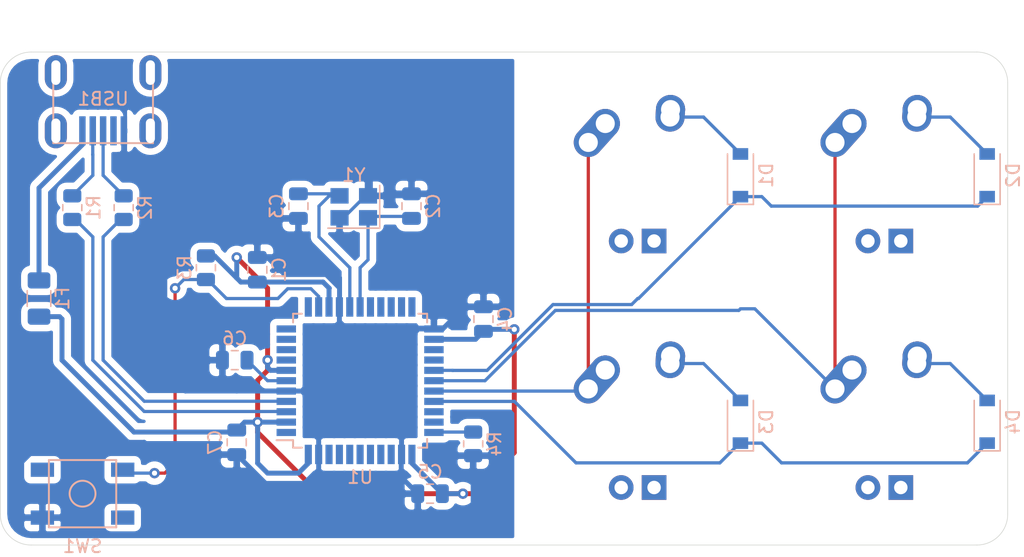
<source format=kicad_pcb>
(kicad_pcb (version 20171130) (host pcbnew "(5.1.10-1-10_14)")

  (general
    (thickness 1.6)
    (drawings 8)
    (tracks 218)
    (zones 0)
    (modules 24)
    (nets 45)
  )

  (page A4)
  (layers
    (0 F.Cu signal)
    (31 B.Cu signal)
    (32 B.Adhes user)
    (33 F.Adhes user)
    (34 B.Paste user)
    (35 F.Paste user)
    (36 B.SilkS user)
    (37 F.SilkS user)
    (38 B.Mask user)
    (39 F.Mask user)
    (40 Dwgs.User user)
    (41 Cmts.User user)
    (42 Eco1.User user)
    (43 Eco2.User user)
    (44 Edge.Cuts user)
    (45 Margin user)
    (46 B.CrtYd user)
    (47 F.CrtYd user)
    (48 B.Fab user)
    (49 F.Fab user)
  )

  (setup
    (last_trace_width 0.25)
    (trace_clearance 0.2)
    (zone_clearance 0.508)
    (zone_45_only no)
    (trace_min 0.2)
    (via_size 0.8)
    (via_drill 0.4)
    (via_min_size 0.4)
    (via_min_drill 0.3)
    (uvia_size 0.3)
    (uvia_drill 0.1)
    (uvias_allowed no)
    (uvia_min_size 0.2)
    (uvia_min_drill 0.1)
    (edge_width 0.05)
    (segment_width 0.2)
    (pcb_text_width 0.3)
    (pcb_text_size 1.5 1.5)
    (mod_edge_width 0.12)
    (mod_text_size 1 1)
    (mod_text_width 0.15)
    (pad_size 1.524 1.524)
    (pad_drill 0.762)
    (pad_to_mask_clearance 0)
    (aux_axis_origin 0 0)
    (visible_elements FFFFFF7F)
    (pcbplotparams
      (layerselection 0x010f0_ffffffff)
      (usegerberextensions true)
      (usegerberattributes true)
      (usegerberadvancedattributes true)
      (creategerberjobfile false)
      (excludeedgelayer true)
      (linewidth 0.100000)
      (plotframeref false)
      (viasonmask false)
      (mode 1)
      (useauxorigin false)
      (hpglpennumber 1)
      (hpglpenspeed 20)
      (hpglpendiameter 15.000000)
      (psnegative false)
      (psa4output false)
      (plotreference true)
      (plotvalue true)
      (plotinvisibletext false)
      (padsonsilk false)
      (subtractmaskfromsilk true)
      (outputformat 1)
      (mirror false)
      (drillshape 0)
      (scaleselection 1)
      (outputdirectory "Gerbers"))
  )

  (net 0 "")
  (net 1 GND)
  (net 2 +5V)
  (net 3 "Net-(C2-Pad1)")
  (net 4 "Net-(C3-Pad1)")
  (net 5 "Net-(C6-Pad1)")
  (net 6 "Net-(D1-Pad2)")
  (net 7 ROW0)
  (net 8 "Net-(D2-Pad2)")
  (net 9 ROW1)
  (net 10 "Net-(D3-Pad2)")
  (net 11 "Net-(D4-Pad2)")
  (net 12 VCC)
  (net 13 COL0)
  (net 14 COL1)
  (net 15 D-)
  (net 16 "Net-(R1-Pad1)")
  (net 17 D+)
  (net 18 "Net-(R2-Pad1)")
  (net 19 "Net-(R3-Pad2)")
  (net 20 "Net-(R4-Pad2)")
  (net 21 "Net-(U1-Pad42)")
  (net 22 "Net-(U1-Pad41)")
  (net 23 "Net-(U1-Pad40)")
  (net 24 "Net-(U1-Pad39)")
  (net 25 "Net-(U1-Pad38)")
  (net 26 "Net-(U1-Pad37)")
  (net 27 "Net-(U1-Pad36)")
  (net 28 "Net-(U1-Pad32)")
  (net 29 "Net-(U1-Pad31)")
  (net 30 "Net-(U1-Pad26)")
  (net 31 "Net-(U1-Pad25)")
  (net 32 "Net-(U1-Pad22)")
  (net 33 "Net-(U1-Pad21)")
  (net 34 "Net-(U1-Pad20)")
  (net 35 "Net-(U1-Pad19)")
  (net 36 "Net-(U1-Pad18)")
  (net 37 "Net-(U1-Pad12)")
  (net 38 "Net-(U1-Pad11)")
  (net 39 "Net-(U1-Pad10)")
  (net 40 "Net-(U1-Pad9)")
  (net 41 "Net-(U1-Pad8)")
  (net 42 "Net-(U1-Pad1)")
  (net 43 "Net-(USB1-Pad6)")
  (net 44 "Net-(USB1-Pad2)")

  (net_class Default "This is the default net class."
    (clearance 0.2)
    (trace_width 0.25)
    (via_dia 0.8)
    (via_drill 0.4)
    (uvia_dia 0.3)
    (uvia_drill 0.1)
    (add_net COL0)
    (add_net COL1)
    (add_net D+)
    (add_net D-)
    (add_net "Net-(C2-Pad1)")
    (add_net "Net-(C3-Pad1)")
    (add_net "Net-(C6-Pad1)")
    (add_net "Net-(D1-Pad2)")
    (add_net "Net-(D2-Pad2)")
    (add_net "Net-(D3-Pad2)")
    (add_net "Net-(D4-Pad2)")
    (add_net "Net-(R1-Pad1)")
    (add_net "Net-(R2-Pad1)")
    (add_net "Net-(R3-Pad2)")
    (add_net "Net-(R4-Pad2)")
    (add_net "Net-(U1-Pad1)")
    (add_net "Net-(U1-Pad10)")
    (add_net "Net-(U1-Pad11)")
    (add_net "Net-(U1-Pad12)")
    (add_net "Net-(U1-Pad18)")
    (add_net "Net-(U1-Pad19)")
    (add_net "Net-(U1-Pad20)")
    (add_net "Net-(U1-Pad21)")
    (add_net "Net-(U1-Pad22)")
    (add_net "Net-(U1-Pad25)")
    (add_net "Net-(U1-Pad26)")
    (add_net "Net-(U1-Pad31)")
    (add_net "Net-(U1-Pad32)")
    (add_net "Net-(U1-Pad36)")
    (add_net "Net-(U1-Pad37)")
    (add_net "Net-(U1-Pad38)")
    (add_net "Net-(U1-Pad39)")
    (add_net "Net-(U1-Pad40)")
    (add_net "Net-(U1-Pad41)")
    (add_net "Net-(U1-Pad42)")
    (add_net "Net-(U1-Pad8)")
    (add_net "Net-(U1-Pad9)")
    (add_net "Net-(USB1-Pad2)")
    (add_net "Net-(USB1-Pad6)")
    (add_net ROW0)
    (add_net ROW1)
  )

  (net_class Power ""
    (clearance 0.2)
    (trace_width 0.381)
    (via_dia 0.8)
    (via_drill 0.4)
    (uvia_dia 0.3)
    (uvia_drill 0.1)
    (add_net +5V)
    (add_net GND)
    (add_net VCC)
  )

  (module Crystal:Crystal_SMD_3225-4Pin_3.2x2.5mm (layer B.Cu) (tedit 5A0FD1B2) (tstamp 60F983EE)
    (at 66.98125 107.2125 180)
    (descr "SMD Crystal SERIES SMD3225/4 http://www.txccrystal.com/images/pdf/7m-accuracy.pdf, 3.2x2.5mm^2 package")
    (tags "SMD SMT crystal")
    (path /60FBB318)
    (attr smd)
    (fp_text reference Y1 (at 0 2.45) (layer B.SilkS)
      (effects (font (size 1 1) (thickness 0.15)) (justify mirror))
    )
    (fp_text value 16MHz (at 0 -2.45) (layer B.Fab)
      (effects (font (size 1 1) (thickness 0.15)) (justify mirror))
    )
    (fp_text user %R (at 0 0) (layer B.Fab)
      (effects (font (size 0.7 0.7) (thickness 0.105)) (justify mirror))
    )
    (fp_line (start -1.6 1.25) (end -1.6 -1.25) (layer B.Fab) (width 0.1))
    (fp_line (start -1.6 -1.25) (end 1.6 -1.25) (layer B.Fab) (width 0.1))
    (fp_line (start 1.6 -1.25) (end 1.6 1.25) (layer B.Fab) (width 0.1))
    (fp_line (start 1.6 1.25) (end -1.6 1.25) (layer B.Fab) (width 0.1))
    (fp_line (start -1.6 -0.25) (end -0.6 -1.25) (layer B.Fab) (width 0.1))
    (fp_line (start -2 1.65) (end -2 -1.65) (layer B.SilkS) (width 0.12))
    (fp_line (start -2 -1.65) (end 2 -1.65) (layer B.SilkS) (width 0.12))
    (fp_line (start -2.1 1.7) (end -2.1 -1.7) (layer B.CrtYd) (width 0.05))
    (fp_line (start -2.1 -1.7) (end 2.1 -1.7) (layer B.CrtYd) (width 0.05))
    (fp_line (start 2.1 -1.7) (end 2.1 1.7) (layer B.CrtYd) (width 0.05))
    (fp_line (start 2.1 1.7) (end -2.1 1.7) (layer B.CrtYd) (width 0.05))
    (pad 4 smd rect (at -1.1 0.85 180) (size 1.4 1.2) (layers B.Cu B.Paste B.Mask)
      (net 1 GND))
    (pad 3 smd rect (at 1.1 0.85 180) (size 1.4 1.2) (layers B.Cu B.Paste B.Mask)
      (net 4 "Net-(C3-Pad1)"))
    (pad 2 smd rect (at 1.1 -0.85 180) (size 1.4 1.2) (layers B.Cu B.Paste B.Mask)
      (net 1 GND))
    (pad 1 smd rect (at -1.1 -0.85 180) (size 1.4 1.2) (layers B.Cu B.Paste B.Mask)
      (net 3 "Net-(C2-Pad1)"))
    (model ${KISYS3DMOD}/Crystal.3dshapes/Crystal_SMD_3225-4Pin_3.2x2.5mm.wrl
      (at (xyz 0 0 0))
      (scale (xyz 1 1 1))
      (rotate (xyz 0 0 0))
    )
  )

  (module random-keyboard-parts:Molex-0548190589 (layer B.Cu) (tedit 5C494815) (tstamp 60F98C48)
    (at 47.625 96.8375 270)
    (path /60FF916C)
    (attr smd)
    (fp_text reference USB1 (at 2.032 0) (layer B.SilkS)
      (effects (font (size 1 1) (thickness 0.15)) (justify mirror))
    )
    (fp_text value Molex-0548190589 (at -4.7625 0) (layer Dwgs.User)
      (effects (font (size 1 1) (thickness 0.15)))
    )
    (fp_text user %R (at 2 0) (layer B.CrtYd)
      (effects (font (size 1 1) (thickness 0.15)) (justify mirror))
    )
    (fp_line (start -3.75 3.85) (end -3.75 -3.85) (layer Dwgs.User) (width 0.15))
    (fp_line (start -1.75 4.572) (end -1.75 -4.572) (layer Dwgs.User) (width 0.15))
    (fp_line (start -3.75 -3.85) (end 0 -3.85) (layer Dwgs.User) (width 0.15))
    (fp_line (start -3.75 3.85) (end 0 3.85) (layer Dwgs.User) (width 0.15))
    (fp_line (start 5.45 3.85) (end 5.45 -3.85) (layer B.SilkS) (width 0.15))
    (fp_line (start 0 -3.85) (end 5.45 -3.85) (layer B.SilkS) (width 0.15))
    (fp_line (start 0 3.85) (end 5.45 3.85) (layer B.SilkS) (width 0.15))
    (fp_line (start -3.75 3.75) (end 5.5 3.75) (layer B.CrtYd) (width 0.15))
    (fp_line (start 5.5 3.75) (end 5.5 -3.75) (layer B.CrtYd) (width 0.15))
    (fp_line (start 5.5 -3.75) (end -3.75 -3.75) (layer B.CrtYd) (width 0.15))
    (fp_line (start -3.75 -3.75) (end -3.75 3.75) (layer B.CrtYd) (width 0.15))
    (fp_line (start 5.5 2) (end 3.25 2) (layer B.CrtYd) (width 0.15))
    (fp_line (start 3.25 2) (end 3.25 -2) (layer B.CrtYd) (width 0.15))
    (fp_line (start 3.25 -2) (end 5.5 -2) (layer B.CrtYd) (width 0.15))
    (fp_line (start 5.5 -1.25) (end 3.25 -1.25) (layer B.CrtYd) (width 0.15))
    (fp_line (start 3.25 -0.5) (end 5.5 -0.5) (layer B.CrtYd) (width 0.15))
    (fp_line (start 5.5 0.5) (end 3.25 0.5) (layer B.CrtYd) (width 0.15))
    (fp_line (start 3.25 1.25) (end 5.5 1.25) (layer B.CrtYd) (width 0.15))
    (pad 6 thru_hole oval (at 0 3.65 270) (size 2.7 1.7) (drill oval 1.9 0.7) (layers *.Cu *.Mask)
      (net 43 "Net-(USB1-Pad6)"))
    (pad 6 thru_hole oval (at 0 -3.65 270) (size 2.7 1.7) (drill oval 1.9 0.7) (layers *.Cu *.Mask)
      (net 43 "Net-(USB1-Pad6)"))
    (pad 6 thru_hole oval (at 4.5 -3.65 270) (size 2.7 1.7) (drill oval 1.9 0.7) (layers *.Cu *.Mask)
      (net 43 "Net-(USB1-Pad6)"))
    (pad 6 thru_hole oval (at 4.5 3.65 270) (size 2.7 1.7) (drill oval 1.9 0.7) (layers *.Cu *.Mask)
      (net 43 "Net-(USB1-Pad6)"))
    (pad 5 smd rect (at 4.5 1.6 270) (size 2.25 0.5) (layers B.Cu B.Paste B.Mask)
      (net 12 VCC))
    (pad 4 smd rect (at 4.5 0.8 270) (size 2.25 0.5) (layers B.Cu B.Paste B.Mask)
      (net 15 D-))
    (pad 3 smd rect (at 4.5 0 270) (size 2.25 0.5) (layers B.Cu B.Paste B.Mask)
      (net 17 D+))
    (pad 2 smd rect (at 4.5 -0.8 270) (size 2.25 0.5) (layers B.Cu B.Paste B.Mask)
      (net 44 "Net-(USB1-Pad2)"))
    (pad 1 smd rect (at 4.5 -1.6 270) (size 2.25 0.5) (layers B.Cu B.Paste B.Mask)
      (net 1 GND))
  )

  (module Package_QFP:TQFP-44_10x10mm_P0.8mm (layer B.Cu) (tedit 5A02F146) (tstamp 60F982AF)
    (at 67.46875 120.65)
    (descr "44-Lead Plastic Thin Quad Flatpack (PT) - 10x10x1.0 mm Body [TQFP] (see Microchip Packaging Specification 00000049BS.pdf)")
    (tags "QFP 0.8")
    (path /60F8F065)
    (attr smd)
    (fp_text reference U1 (at 0 7.45) (layer B.SilkS)
      (effects (font (size 1 1) (thickness 0.15)) (justify mirror))
    )
    (fp_text value ATmega32U4-AU (at 0 -7.45) (layer B.Fab)
      (effects (font (size 1 1) (thickness 0.15)) (justify mirror))
    )
    (fp_text user %R (at 0 0) (layer B.Fab)
      (effects (font (size 1 1) (thickness 0.15)) (justify mirror))
    )
    (fp_line (start -4 5) (end 5 5) (layer B.Fab) (width 0.15))
    (fp_line (start 5 5) (end 5 -5) (layer B.Fab) (width 0.15))
    (fp_line (start 5 -5) (end -5 -5) (layer B.Fab) (width 0.15))
    (fp_line (start -5 -5) (end -5 4) (layer B.Fab) (width 0.15))
    (fp_line (start -5 4) (end -4 5) (layer B.Fab) (width 0.15))
    (fp_line (start -6.7 6.7) (end -6.7 -6.7) (layer B.CrtYd) (width 0.05))
    (fp_line (start 6.7 6.7) (end 6.7 -6.7) (layer B.CrtYd) (width 0.05))
    (fp_line (start -6.7 6.7) (end 6.7 6.7) (layer B.CrtYd) (width 0.05))
    (fp_line (start -6.7 -6.7) (end 6.7 -6.7) (layer B.CrtYd) (width 0.05))
    (fp_line (start -5.175 5.175) (end -5.175 4.6) (layer B.SilkS) (width 0.15))
    (fp_line (start 5.175 5.175) (end 5.175 4.5) (layer B.SilkS) (width 0.15))
    (fp_line (start 5.175 -5.175) (end 5.175 -4.5) (layer B.SilkS) (width 0.15))
    (fp_line (start -5.175 -5.175) (end -5.175 -4.5) (layer B.SilkS) (width 0.15))
    (fp_line (start -5.175 5.175) (end -4.5 5.175) (layer B.SilkS) (width 0.15))
    (fp_line (start -5.175 -5.175) (end -4.5 -5.175) (layer B.SilkS) (width 0.15))
    (fp_line (start 5.175 -5.175) (end 4.5 -5.175) (layer B.SilkS) (width 0.15))
    (fp_line (start 5.175 5.175) (end 4.5 5.175) (layer B.SilkS) (width 0.15))
    (fp_line (start -5.175 4.6) (end -6.45 4.6) (layer B.SilkS) (width 0.15))
    (pad 44 smd rect (at -4 5.7 270) (size 1.5 0.55) (layers B.Cu B.Paste B.Mask)
      (net 2 +5V))
    (pad 43 smd rect (at -3.2 5.7 270) (size 1.5 0.55) (layers B.Cu B.Paste B.Mask)
      (net 1 GND))
    (pad 42 smd rect (at -2.4 5.7 270) (size 1.5 0.55) (layers B.Cu B.Paste B.Mask)
      (net 21 "Net-(U1-Pad42)"))
    (pad 41 smd rect (at -1.6 5.7 270) (size 1.5 0.55) (layers B.Cu B.Paste B.Mask)
      (net 22 "Net-(U1-Pad41)"))
    (pad 40 smd rect (at -0.8 5.7 270) (size 1.5 0.55) (layers B.Cu B.Paste B.Mask)
      (net 23 "Net-(U1-Pad40)"))
    (pad 39 smd rect (at 0 5.7 270) (size 1.5 0.55) (layers B.Cu B.Paste B.Mask)
      (net 24 "Net-(U1-Pad39)"))
    (pad 38 smd rect (at 0.8 5.7 270) (size 1.5 0.55) (layers B.Cu B.Paste B.Mask)
      (net 25 "Net-(U1-Pad38)"))
    (pad 37 smd rect (at 1.6 5.7 270) (size 1.5 0.55) (layers B.Cu B.Paste B.Mask)
      (net 26 "Net-(U1-Pad37)"))
    (pad 36 smd rect (at 2.4 5.7 270) (size 1.5 0.55) (layers B.Cu B.Paste B.Mask)
      (net 27 "Net-(U1-Pad36)"))
    (pad 35 smd rect (at 3.2 5.7 270) (size 1.5 0.55) (layers B.Cu B.Paste B.Mask)
      (net 1 GND))
    (pad 34 smd rect (at 4 5.7 270) (size 1.5 0.55) (layers B.Cu B.Paste B.Mask)
      (net 2 +5V))
    (pad 33 smd rect (at 5.7 4) (size 1.5 0.55) (layers B.Cu B.Paste B.Mask)
      (net 20 "Net-(R4-Pad2)"))
    (pad 32 smd rect (at 5.7 3.2) (size 1.5 0.55) (layers B.Cu B.Paste B.Mask)
      (net 28 "Net-(U1-Pad32)"))
    (pad 31 smd rect (at 5.7 2.4) (size 1.5 0.55) (layers B.Cu B.Paste B.Mask)
      (net 29 "Net-(U1-Pad31)"))
    (pad 30 smd rect (at 5.7 1.6) (size 1.5 0.55) (layers B.Cu B.Paste B.Mask)
      (net 9 ROW1))
    (pad 29 smd rect (at 5.7 0.8) (size 1.5 0.55) (layers B.Cu B.Paste B.Mask)
      (net 13 COL0))
    (pad 28 smd rect (at 5.7 0) (size 1.5 0.55) (layers B.Cu B.Paste B.Mask)
      (net 14 COL1))
    (pad 27 smd rect (at 5.7 -0.8) (size 1.5 0.55) (layers B.Cu B.Paste B.Mask)
      (net 7 ROW0))
    (pad 26 smd rect (at 5.7 -1.6) (size 1.5 0.55) (layers B.Cu B.Paste B.Mask)
      (net 30 "Net-(U1-Pad26)"))
    (pad 25 smd rect (at 5.7 -2.4) (size 1.5 0.55) (layers B.Cu B.Paste B.Mask)
      (net 31 "Net-(U1-Pad25)"))
    (pad 24 smd rect (at 5.7 -3.2) (size 1.5 0.55) (layers B.Cu B.Paste B.Mask)
      (net 2 +5V))
    (pad 23 smd rect (at 5.7 -4) (size 1.5 0.55) (layers B.Cu B.Paste B.Mask)
      (net 1 GND))
    (pad 22 smd rect (at 4 -5.7 270) (size 1.5 0.55) (layers B.Cu B.Paste B.Mask)
      (net 32 "Net-(U1-Pad22)"))
    (pad 21 smd rect (at 3.2 -5.7 270) (size 1.5 0.55) (layers B.Cu B.Paste B.Mask)
      (net 33 "Net-(U1-Pad21)"))
    (pad 20 smd rect (at 2.4 -5.7 270) (size 1.5 0.55) (layers B.Cu B.Paste B.Mask)
      (net 34 "Net-(U1-Pad20)"))
    (pad 19 smd rect (at 1.6 -5.7 270) (size 1.5 0.55) (layers B.Cu B.Paste B.Mask)
      (net 35 "Net-(U1-Pad19)"))
    (pad 18 smd rect (at 0.8 -5.7 270) (size 1.5 0.55) (layers B.Cu B.Paste B.Mask)
      (net 36 "Net-(U1-Pad18)"))
    (pad 17 smd rect (at 0 -5.7 270) (size 1.5 0.55) (layers B.Cu B.Paste B.Mask)
      (net 3 "Net-(C2-Pad1)"))
    (pad 16 smd rect (at -0.8 -5.7 270) (size 1.5 0.55) (layers B.Cu B.Paste B.Mask)
      (net 4 "Net-(C3-Pad1)"))
    (pad 15 smd rect (at -1.6 -5.7 270) (size 1.5 0.55) (layers B.Cu B.Paste B.Mask)
      (net 1 GND))
    (pad 14 smd rect (at -2.4 -5.7 270) (size 1.5 0.55) (layers B.Cu B.Paste B.Mask)
      (net 2 +5V))
    (pad 13 smd rect (at -3.2 -5.7 270) (size 1.5 0.55) (layers B.Cu B.Paste B.Mask)
      (net 19 "Net-(R3-Pad2)"))
    (pad 12 smd rect (at -4 -5.7 270) (size 1.5 0.55) (layers B.Cu B.Paste B.Mask)
      (net 37 "Net-(U1-Pad12)"))
    (pad 11 smd rect (at -5.7 -4) (size 1.5 0.55) (layers B.Cu B.Paste B.Mask)
      (net 38 "Net-(U1-Pad11)"))
    (pad 10 smd rect (at -5.7 -3.2) (size 1.5 0.55) (layers B.Cu B.Paste B.Mask)
      (net 39 "Net-(U1-Pad10)"))
    (pad 9 smd rect (at -5.7 -2.4) (size 1.5 0.55) (layers B.Cu B.Paste B.Mask)
      (net 40 "Net-(U1-Pad9)"))
    (pad 8 smd rect (at -5.7 -1.6) (size 1.5 0.55) (layers B.Cu B.Paste B.Mask)
      (net 41 "Net-(U1-Pad8)"))
    (pad 7 smd rect (at -5.7 -0.8) (size 1.5 0.55) (layers B.Cu B.Paste B.Mask)
      (net 2 +5V))
    (pad 6 smd rect (at -5.7 0) (size 1.5 0.55) (layers B.Cu B.Paste B.Mask)
      (net 5 "Net-(C6-Pad1)"))
    (pad 5 smd rect (at -5.7 0.8) (size 1.5 0.55) (layers B.Cu B.Paste B.Mask)
      (net 1 GND))
    (pad 4 smd rect (at -5.7 1.6) (size 1.5 0.55) (layers B.Cu B.Paste B.Mask)
      (net 18 "Net-(R2-Pad1)"))
    (pad 3 smd rect (at -5.7 2.4) (size 1.5 0.55) (layers B.Cu B.Paste B.Mask)
      (net 16 "Net-(R1-Pad1)"))
    (pad 2 smd rect (at -5.7 3.2) (size 1.5 0.55) (layers B.Cu B.Paste B.Mask)
      (net 2 +5V))
    (pad 1 smd rect (at -5.7 4) (size 1.5 0.55) (layers B.Cu B.Paste B.Mask)
      (net 42 "Net-(U1-Pad1)"))
    (model ${KISYS3DMOD}/Package_QFP.3dshapes/TQFP-44_10x10mm_P0.8mm.wrl
      (at (xyz 0 0 0))
      (scale (xyz 1 1 1))
      (rotate (xyz 0 0 0))
    )
  )

  (module random-keyboard-parts:SKQG-1155865 (layer B.Cu) (tedit 5E62B398) (tstamp 60F95AB9)
    (at 46.0375 129.38125 180)
    (path /60FC753E)
    (attr smd)
    (fp_text reference SW1 (at 0 -4.064) (layer B.SilkS)
      (effects (font (size 1 1) (thickness 0.15)) (justify mirror))
    )
    (fp_text value SW_Push (at 0 4.064) (layer B.Fab)
      (effects (font (size 1 1) (thickness 0.15)) (justify mirror))
    )
    (fp_line (start -2.6 -1.1) (end -1.1 -2.6) (layer B.Fab) (width 0.15))
    (fp_line (start 2.6 -1.1) (end 1.1 -2.6) (layer B.Fab) (width 0.15))
    (fp_line (start 2.6 1.1) (end 1.1 2.6) (layer B.Fab) (width 0.15))
    (fp_line (start -2.6 1.1) (end -1.1 2.6) (layer B.Fab) (width 0.15))
    (fp_circle (center 0 0) (end 1 0) (layer B.Fab) (width 0.15))
    (fp_line (start -4.2 1.1) (end -4.2 2.6) (layer B.Fab) (width 0.15))
    (fp_line (start -2.6 1.1) (end -4.2 1.1) (layer B.Fab) (width 0.15))
    (fp_line (start -2.6 -1.1) (end -2.6 1.1) (layer B.Fab) (width 0.15))
    (fp_line (start -4.2 -1.1) (end -2.6 -1.1) (layer B.Fab) (width 0.15))
    (fp_line (start -4.2 -2.6) (end -4.2 -1.1) (layer B.Fab) (width 0.15))
    (fp_line (start 4.2 -2.6) (end -4.2 -2.6) (layer B.Fab) (width 0.15))
    (fp_line (start 4.2 -1.1) (end 4.2 -2.6) (layer B.Fab) (width 0.15))
    (fp_line (start 2.6 -1.1) (end 4.2 -1.1) (layer B.Fab) (width 0.15))
    (fp_line (start 2.6 1.1) (end 2.6 -1.1) (layer B.Fab) (width 0.15))
    (fp_line (start 4.2 1.1) (end 2.6 1.1) (layer B.Fab) (width 0.15))
    (fp_line (start 4.2 2.6) (end 4.2 1.2) (layer B.Fab) (width 0.15))
    (fp_line (start -4.2 2.6) (end 4.2 2.6) (layer B.Fab) (width 0.15))
    (fp_circle (center 0 0) (end 1 0) (layer B.SilkS) (width 0.15))
    (fp_line (start -2.6 -2.6) (end -2.6 2.6) (layer B.SilkS) (width 0.15))
    (fp_line (start 2.6 -2.6) (end -2.6 -2.6) (layer B.SilkS) (width 0.15))
    (fp_line (start 2.6 2.6) (end 2.6 -2.6) (layer B.SilkS) (width 0.15))
    (fp_line (start -2.6 2.6) (end 2.6 2.6) (layer B.SilkS) (width 0.15))
    (pad 4 smd rect (at -3.1 -1.85 180) (size 1.8 1.1) (layers B.Cu B.Paste B.Mask))
    (pad 3 smd rect (at 3.1 1.85 180) (size 1.8 1.1) (layers B.Cu B.Paste B.Mask))
    (pad 2 smd rect (at -3.1 1.85 180) (size 1.8 1.1) (layers B.Cu B.Paste B.Mask)
      (net 19 "Net-(R3-Pad2)"))
    (pad 1 smd rect (at 3.1 -1.85 180) (size 1.8 1.1) (layers B.Cu B.Paste B.Mask)
      (net 1 GND))
    (model ${KISYS3DMOD}/Button_Switch_SMD.3dshapes/SW_SPST_TL3342.step
      (at (xyz 0 0 0))
      (scale (xyz 1 1 1))
      (rotate (xyz 0 0 0))
    )
  )

  (module Resistor_SMD:R_0805_2012Metric (layer B.Cu) (tedit 5F68FEEE) (tstamp 60F9A413)
    (at 76.2 125.53125 90)
    (descr "Resistor SMD 0805 (2012 Metric), square (rectangular) end terminal, IPC_7351 nominal, (Body size source: IPC-SM-782 page 72, https://www.pcb-3d.com/wordpress/wp-content/uploads/ipc-sm-782a_amendment_1_and_2.pdf), generated with kicad-footprint-generator")
    (tags resistor)
    (path /60F9B490)
    (attr smd)
    (fp_text reference R4 (at 0 1.65 90) (layer B.SilkS)
      (effects (font (size 1 1) (thickness 0.15)) (justify mirror))
    )
    (fp_text value 10k (at 0 -1.65 90) (layer B.Fab)
      (effects (font (size 1 1) (thickness 0.15)) (justify mirror))
    )
    (fp_text user %R (at 0 0 90) (layer B.Fab)
      (effects (font (size 0.5 0.5) (thickness 0.08)) (justify mirror))
    )
    (fp_line (start -1 -0.625) (end -1 0.625) (layer B.Fab) (width 0.1))
    (fp_line (start -1 0.625) (end 1 0.625) (layer B.Fab) (width 0.1))
    (fp_line (start 1 0.625) (end 1 -0.625) (layer B.Fab) (width 0.1))
    (fp_line (start 1 -0.625) (end -1 -0.625) (layer B.Fab) (width 0.1))
    (fp_line (start -0.227064 0.735) (end 0.227064 0.735) (layer B.SilkS) (width 0.12))
    (fp_line (start -0.227064 -0.735) (end 0.227064 -0.735) (layer B.SilkS) (width 0.12))
    (fp_line (start -1.68 -0.95) (end -1.68 0.95) (layer B.CrtYd) (width 0.05))
    (fp_line (start -1.68 0.95) (end 1.68 0.95) (layer B.CrtYd) (width 0.05))
    (fp_line (start 1.68 0.95) (end 1.68 -0.95) (layer B.CrtYd) (width 0.05))
    (fp_line (start 1.68 -0.95) (end -1.68 -0.95) (layer B.CrtYd) (width 0.05))
    (pad 2 smd roundrect (at 0.9125 0 90) (size 1.025 1.4) (layers B.Cu B.Paste B.Mask) (roundrect_rratio 0.2439014634146341)
      (net 20 "Net-(R4-Pad2)"))
    (pad 1 smd roundrect (at -0.9125 0 90) (size 1.025 1.4) (layers B.Cu B.Paste B.Mask) (roundrect_rratio 0.2439014634146341)
      (net 1 GND))
    (model ${KISYS3DMOD}/Resistor_SMD.3dshapes/R_0805_2012Metric.wrl
      (at (xyz 0 0 0))
      (scale (xyz 1 1 1))
      (rotate (xyz 0 0 0))
    )
  )

  (module Resistor_SMD:R_0805_2012Metric (layer B.Cu) (tedit 5F68FEEE) (tstamp 60F95A8A)
    (at 55.5625 111.91875 270)
    (descr "Resistor SMD 0805 (2012 Metric), square (rectangular) end terminal, IPC_7351 nominal, (Body size source: IPC-SM-782 page 72, https://www.pcb-3d.com/wordpress/wp-content/uploads/ipc-sm-782a_amendment_1_and_2.pdf), generated with kicad-footprint-generator")
    (tags resistor)
    (path /60FE4D2E)
    (attr smd)
    (fp_text reference R3 (at 0 1.65 270) (layer B.SilkS)
      (effects (font (size 1 1) (thickness 0.15)) (justify mirror))
    )
    (fp_text value 10k (at 0 -1.65 270) (layer B.Fab)
      (effects (font (size 1 1) (thickness 0.15)) (justify mirror))
    )
    (fp_text user %R (at 0 0 270) (layer B.Fab)
      (effects (font (size 0.5 0.5) (thickness 0.08)) (justify mirror))
    )
    (fp_line (start -1 -0.625) (end -1 0.625) (layer B.Fab) (width 0.1))
    (fp_line (start -1 0.625) (end 1 0.625) (layer B.Fab) (width 0.1))
    (fp_line (start 1 0.625) (end 1 -0.625) (layer B.Fab) (width 0.1))
    (fp_line (start 1 -0.625) (end -1 -0.625) (layer B.Fab) (width 0.1))
    (fp_line (start -0.227064 0.735) (end 0.227064 0.735) (layer B.SilkS) (width 0.12))
    (fp_line (start -0.227064 -0.735) (end 0.227064 -0.735) (layer B.SilkS) (width 0.12))
    (fp_line (start -1.68 -0.95) (end -1.68 0.95) (layer B.CrtYd) (width 0.05))
    (fp_line (start -1.68 0.95) (end 1.68 0.95) (layer B.CrtYd) (width 0.05))
    (fp_line (start 1.68 0.95) (end 1.68 -0.95) (layer B.CrtYd) (width 0.05))
    (fp_line (start 1.68 -0.95) (end -1.68 -0.95) (layer B.CrtYd) (width 0.05))
    (pad 2 smd roundrect (at 0.9125 0 270) (size 1.025 1.4) (layers B.Cu B.Paste B.Mask) (roundrect_rratio 0.2439014634146341)
      (net 19 "Net-(R3-Pad2)"))
    (pad 1 smd roundrect (at -0.9125 0 270) (size 1.025 1.4) (layers B.Cu B.Paste B.Mask) (roundrect_rratio 0.2439014634146341)
      (net 2 +5V))
    (model ${KISYS3DMOD}/Resistor_SMD.3dshapes/R_0805_2012Metric.wrl
      (at (xyz 0 0 0))
      (scale (xyz 1 1 1))
      (rotate (xyz 0 0 0))
    )
  )

  (module Resistor_SMD:R_0805_2012Metric (layer B.Cu) (tedit 5F68FEEE) (tstamp 60F95A79)
    (at 49.2125 107.275 90)
    (descr "Resistor SMD 0805 (2012 Metric), square (rectangular) end terminal, IPC_7351 nominal, (Body size source: IPC-SM-782 page 72, https://www.pcb-3d.com/wordpress/wp-content/uploads/ipc-sm-782a_amendment_1_and_2.pdf), generated with kicad-footprint-generator")
    (tags resistor)
    (path /60FA7A1C)
    (attr smd)
    (fp_text reference R2 (at 0 1.65 90) (layer B.SilkS)
      (effects (font (size 1 1) (thickness 0.15)) (justify mirror))
    )
    (fp_text value 22 (at 0 -1.65 90) (layer B.Fab)
      (effects (font (size 1 1) (thickness 0.15)) (justify mirror))
    )
    (fp_text user %R (at 0 0 90) (layer B.Fab)
      (effects (font (size 0.5 0.5) (thickness 0.08)) (justify mirror))
    )
    (fp_line (start -1 -0.625) (end -1 0.625) (layer B.Fab) (width 0.1))
    (fp_line (start -1 0.625) (end 1 0.625) (layer B.Fab) (width 0.1))
    (fp_line (start 1 0.625) (end 1 -0.625) (layer B.Fab) (width 0.1))
    (fp_line (start 1 -0.625) (end -1 -0.625) (layer B.Fab) (width 0.1))
    (fp_line (start -0.227064 0.735) (end 0.227064 0.735) (layer B.SilkS) (width 0.12))
    (fp_line (start -0.227064 -0.735) (end 0.227064 -0.735) (layer B.SilkS) (width 0.12))
    (fp_line (start -1.68 -0.95) (end -1.68 0.95) (layer B.CrtYd) (width 0.05))
    (fp_line (start -1.68 0.95) (end 1.68 0.95) (layer B.CrtYd) (width 0.05))
    (fp_line (start 1.68 0.95) (end 1.68 -0.95) (layer B.CrtYd) (width 0.05))
    (fp_line (start 1.68 -0.95) (end -1.68 -0.95) (layer B.CrtYd) (width 0.05))
    (pad 2 smd roundrect (at 0.9125 0 90) (size 1.025 1.4) (layers B.Cu B.Paste B.Mask) (roundrect_rratio 0.2439014634146341)
      (net 17 D+))
    (pad 1 smd roundrect (at -0.9125 0 90) (size 1.025 1.4) (layers B.Cu B.Paste B.Mask) (roundrect_rratio 0.2439014634146341)
      (net 18 "Net-(R2-Pad1)"))
    (model ${KISYS3DMOD}/Resistor_SMD.3dshapes/R_0805_2012Metric.wrl
      (at (xyz 0 0 0))
      (scale (xyz 1 1 1))
      (rotate (xyz 0 0 0))
    )
  )

  (module Resistor_SMD:R_0805_2012Metric (layer B.Cu) (tedit 5F68FEEE) (tstamp 60F95A68)
    (at 45.24375 107.275 90)
    (descr "Resistor SMD 0805 (2012 Metric), square (rectangular) end terminal, IPC_7351 nominal, (Body size source: IPC-SM-782 page 72, https://www.pcb-3d.com/wordpress/wp-content/uploads/ipc-sm-782a_amendment_1_and_2.pdf), generated with kicad-footprint-generator")
    (tags resistor)
    (path /60FA6192)
    (attr smd)
    (fp_text reference R1 (at 0 1.65 270) (layer B.SilkS)
      (effects (font (size 1 1) (thickness 0.15)) (justify mirror))
    )
    (fp_text value 22 (at 0 -1.65 270) (layer B.Fab)
      (effects (font (size 1 1) (thickness 0.15)) (justify mirror))
    )
    (fp_text user %R (at 0 0 270) (layer B.Fab)
      (effects (font (size 0.5 0.5) (thickness 0.08)) (justify mirror))
    )
    (fp_line (start -1 -0.625) (end -1 0.625) (layer B.Fab) (width 0.1))
    (fp_line (start -1 0.625) (end 1 0.625) (layer B.Fab) (width 0.1))
    (fp_line (start 1 0.625) (end 1 -0.625) (layer B.Fab) (width 0.1))
    (fp_line (start 1 -0.625) (end -1 -0.625) (layer B.Fab) (width 0.1))
    (fp_line (start -0.227064 0.735) (end 0.227064 0.735) (layer B.SilkS) (width 0.12))
    (fp_line (start -0.227064 -0.735) (end 0.227064 -0.735) (layer B.SilkS) (width 0.12))
    (fp_line (start -1.68 -0.95) (end -1.68 0.95) (layer B.CrtYd) (width 0.05))
    (fp_line (start -1.68 0.95) (end 1.68 0.95) (layer B.CrtYd) (width 0.05))
    (fp_line (start 1.68 0.95) (end 1.68 -0.95) (layer B.CrtYd) (width 0.05))
    (fp_line (start 1.68 -0.95) (end -1.68 -0.95) (layer B.CrtYd) (width 0.05))
    (pad 2 smd roundrect (at 0.9125 0 90) (size 1.025 1.4) (layers B.Cu B.Paste B.Mask) (roundrect_rratio 0.2439014634146341)
      (net 15 D-))
    (pad 1 smd roundrect (at -0.9125 0 90) (size 1.025 1.4) (layers B.Cu B.Paste B.Mask) (roundrect_rratio 0.2439014634146341)
      (net 16 "Net-(R1-Pad1)"))
    (model ${KISYS3DMOD}/Resistor_SMD.3dshapes/R_0805_2012Metric.wrl
      (at (xyz 0 0 0))
      (scale (xyz 1 1 1))
      (rotate (xyz 0 0 0))
    )
  )

  (module MX_Alps_Hybrid:MX-1U (layer F.Cu) (tedit 5A9F3A9A) (tstamp 60F9837B)
    (at 107.95 123.825)
    (path /610216E8)
    (fp_text reference MX4 (at 0 3.175) (layer Dwgs.User)
      (effects (font (size 1 1) (thickness 0.15)))
    )
    (fp_text value MX-NoLED (at 0 -7.9375) (layer Dwgs.User)
      (effects (font (size 1 1) (thickness 0.15)))
    )
    (fp_line (start 5 -7) (end 7 -7) (layer Dwgs.User) (width 0.15))
    (fp_line (start 7 -7) (end 7 -5) (layer Dwgs.User) (width 0.15))
    (fp_line (start 5 7) (end 7 7) (layer Dwgs.User) (width 0.15))
    (fp_line (start 7 7) (end 7 5) (layer Dwgs.User) (width 0.15))
    (fp_line (start -7 5) (end -7 7) (layer Dwgs.User) (width 0.15))
    (fp_line (start -7 7) (end -5 7) (layer Dwgs.User) (width 0.15))
    (fp_line (start -5 -7) (end -7 -7) (layer Dwgs.User) (width 0.15))
    (fp_line (start -7 -7) (end -7 -5) (layer Dwgs.User) (width 0.15))
    (fp_line (start -9.525 -9.525) (end 9.525 -9.525) (layer Dwgs.User) (width 0.15))
    (fp_line (start 9.525 -9.525) (end 9.525 9.525) (layer Dwgs.User) (width 0.15))
    (fp_line (start 9.525 9.525) (end -9.525 9.525) (layer Dwgs.User) (width 0.15))
    (fp_line (start -9.525 9.525) (end -9.525 -9.525) (layer Dwgs.User) (width 0.15))
    (pad "" np_thru_hole circle (at 5.08 0 48.0996) (size 1.75 1.75) (drill 1.75) (layers *.Cu *.Mask))
    (pad "" np_thru_hole circle (at -5.08 0 48.0996) (size 1.75 1.75) (drill 1.75) (layers *.Cu *.Mask))
    (pad 4 thru_hole rect (at 1.27 5.08) (size 1.905 1.905) (drill 1.04) (layers *.Cu B.Mask))
    (pad 3 thru_hole circle (at -1.27 5.08) (size 1.905 1.905) (drill 1.04) (layers *.Cu B.Mask))
    (pad 1 thru_hole circle (at -2.5 -4) (size 2.25 2.25) (drill 1.47) (layers *.Cu B.Mask)
      (net 14 COL1))
    (pad "" np_thru_hole circle (at 0 0) (size 3.9878 3.9878) (drill 3.9878) (layers *.Cu *.Mask))
    (pad 1 thru_hole oval (at -3.81 -2.54 48.0996) (size 4.211556 2.25) (drill 1.47 (offset 0.980778 0)) (layers *.Cu B.Mask)
      (net 14 COL1))
    (pad 2 thru_hole circle (at 2.54 -5.08) (size 2.25 2.25) (drill 1.47) (layers *.Cu B.Mask)
      (net 11 "Net-(D4-Pad2)"))
    (pad 2 thru_hole oval (at 2.5 -4.5 86.0548) (size 2.831378 2.25) (drill 1.47 (offset 0.290689 0)) (layers *.Cu B.Mask)
      (net 11 "Net-(D4-Pad2)"))
  )

  (module MX_Alps_Hybrid:MX-1U (layer F.Cu) (tedit 5A9F3A9A) (tstamp 60F98075)
    (at 88.9 123.825)
    (path /6101F3CC)
    (fp_text reference MX3 (at 0 3.175) (layer Dwgs.User)
      (effects (font (size 1 1) (thickness 0.15)))
    )
    (fp_text value MX-NoLED (at 0 -7.9375) (layer Dwgs.User)
      (effects (font (size 1 1) (thickness 0.15)))
    )
    (fp_line (start 5 -7) (end 7 -7) (layer Dwgs.User) (width 0.15))
    (fp_line (start 7 -7) (end 7 -5) (layer Dwgs.User) (width 0.15))
    (fp_line (start 5 7) (end 7 7) (layer Dwgs.User) (width 0.15))
    (fp_line (start 7 7) (end 7 5) (layer Dwgs.User) (width 0.15))
    (fp_line (start -7 5) (end -7 7) (layer Dwgs.User) (width 0.15))
    (fp_line (start -7 7) (end -5 7) (layer Dwgs.User) (width 0.15))
    (fp_line (start -5 -7) (end -7 -7) (layer Dwgs.User) (width 0.15))
    (fp_line (start -7 -7) (end -7 -5) (layer Dwgs.User) (width 0.15))
    (fp_line (start -9.525 -9.525) (end 9.525 -9.525) (layer Dwgs.User) (width 0.15))
    (fp_line (start 9.525 -9.525) (end 9.525 9.525) (layer Dwgs.User) (width 0.15))
    (fp_line (start 9.525 9.525) (end -9.525 9.525) (layer Dwgs.User) (width 0.15))
    (fp_line (start -9.525 9.525) (end -9.525 -9.525) (layer Dwgs.User) (width 0.15))
    (pad "" np_thru_hole circle (at 5.08 0 48.0996) (size 1.75 1.75) (drill 1.75) (layers *.Cu *.Mask))
    (pad "" np_thru_hole circle (at -5.08 0 48.0996) (size 1.75 1.75) (drill 1.75) (layers *.Cu *.Mask))
    (pad 4 thru_hole rect (at 1.27 5.08) (size 1.905 1.905) (drill 1.04) (layers *.Cu B.Mask))
    (pad 3 thru_hole circle (at -1.27 5.08) (size 1.905 1.905) (drill 1.04) (layers *.Cu B.Mask))
    (pad 1 thru_hole circle (at -2.5 -4) (size 2.25 2.25) (drill 1.47) (layers *.Cu B.Mask)
      (net 13 COL0))
    (pad "" np_thru_hole circle (at 0 0) (size 3.9878 3.9878) (drill 3.9878) (layers *.Cu *.Mask))
    (pad 1 thru_hole oval (at -3.81 -2.54 48.0996) (size 4.211556 2.25) (drill 1.47 (offset 0.980778 0)) (layers *.Cu B.Mask)
      (net 13 COL0))
    (pad 2 thru_hole circle (at 2.54 -5.08) (size 2.25 2.25) (drill 1.47) (layers *.Cu B.Mask)
      (net 10 "Net-(D3-Pad2)"))
    (pad 2 thru_hole oval (at 2.5 -4.5 86.0548) (size 2.831378 2.25) (drill 1.47 (offset 0.290689 0)) (layers *.Cu B.Mask)
      (net 10 "Net-(D3-Pad2)"))
  )

  (module MX_Alps_Hybrid:MX-1U (layer F.Cu) (tedit 5A9F3A9A) (tstamp 60F980BD)
    (at 107.95 104.775)
    (path /610216D3)
    (fp_text reference MX2 (at 0 3.175) (layer Dwgs.User)
      (effects (font (size 1 1) (thickness 0.15)))
    )
    (fp_text value MX-NoLED (at 0 -7.9375) (layer Dwgs.User)
      (effects (font (size 1 1) (thickness 0.15)))
    )
    (fp_line (start 5 -7) (end 7 -7) (layer Dwgs.User) (width 0.15))
    (fp_line (start 7 -7) (end 7 -5) (layer Dwgs.User) (width 0.15))
    (fp_line (start 5 7) (end 7 7) (layer Dwgs.User) (width 0.15))
    (fp_line (start 7 7) (end 7 5) (layer Dwgs.User) (width 0.15))
    (fp_line (start -7 5) (end -7 7) (layer Dwgs.User) (width 0.15))
    (fp_line (start -7 7) (end -5 7) (layer Dwgs.User) (width 0.15))
    (fp_line (start -5 -7) (end -7 -7) (layer Dwgs.User) (width 0.15))
    (fp_line (start -7 -7) (end -7 -5) (layer Dwgs.User) (width 0.15))
    (fp_line (start -9.525 -9.525) (end 9.525 -9.525) (layer Dwgs.User) (width 0.15))
    (fp_line (start 9.525 -9.525) (end 9.525 9.525) (layer Dwgs.User) (width 0.15))
    (fp_line (start 9.525 9.525) (end -9.525 9.525) (layer Dwgs.User) (width 0.15))
    (fp_line (start -9.525 9.525) (end -9.525 -9.525) (layer Dwgs.User) (width 0.15))
    (pad "" np_thru_hole circle (at 5.08 0 48.0996) (size 1.75 1.75) (drill 1.75) (layers *.Cu *.Mask))
    (pad "" np_thru_hole circle (at -5.08 0 48.0996) (size 1.75 1.75) (drill 1.75) (layers *.Cu *.Mask))
    (pad 4 thru_hole rect (at 1.27 5.08) (size 1.905 1.905) (drill 1.04) (layers *.Cu B.Mask))
    (pad 3 thru_hole circle (at -1.27 5.08) (size 1.905 1.905) (drill 1.04) (layers *.Cu B.Mask))
    (pad 1 thru_hole circle (at -2.5 -4) (size 2.25 2.25) (drill 1.47) (layers *.Cu B.Mask)
      (net 14 COL1))
    (pad "" np_thru_hole circle (at 0 0) (size 3.9878 3.9878) (drill 3.9878) (layers *.Cu *.Mask))
    (pad 1 thru_hole oval (at -3.81 -2.54 48.0996) (size 4.211556 2.25) (drill 1.47 (offset 0.980778 0)) (layers *.Cu B.Mask)
      (net 14 COL1))
    (pad 2 thru_hole circle (at 2.54 -5.08) (size 2.25 2.25) (drill 1.47) (layers *.Cu B.Mask)
      (net 8 "Net-(D2-Pad2)"))
    (pad 2 thru_hole oval (at 2.5 -4.5 86.0548) (size 2.831378 2.25) (drill 1.47 (offset 0.290689 0)) (layers *.Cu B.Mask)
      (net 8 "Net-(D2-Pad2)"))
  )

  (module MX_Alps_Hybrid:MX-1U (layer F.Cu) (tedit 5A9F3A9A) (tstamp 60F97F9D)
    (at 88.9 104.775)
    (path /6100FCED)
    (fp_text reference MX1 (at 0 3.175) (layer Dwgs.User)
      (effects (font (size 1 1) (thickness 0.15)))
    )
    (fp_text value MX-NoLED (at 0 -7.9375) (layer Dwgs.User)
      (effects (font (size 1 1) (thickness 0.15)))
    )
    (fp_line (start 5 -7) (end 7 -7) (layer Dwgs.User) (width 0.15))
    (fp_line (start 7 -7) (end 7 -5) (layer Dwgs.User) (width 0.15))
    (fp_line (start 5 7) (end 7 7) (layer Dwgs.User) (width 0.15))
    (fp_line (start 7 7) (end 7 5) (layer Dwgs.User) (width 0.15))
    (fp_line (start -7 5) (end -7 7) (layer Dwgs.User) (width 0.15))
    (fp_line (start -7 7) (end -5 7) (layer Dwgs.User) (width 0.15))
    (fp_line (start -5 -7) (end -7 -7) (layer Dwgs.User) (width 0.15))
    (fp_line (start -7 -7) (end -7 -5) (layer Dwgs.User) (width 0.15))
    (fp_line (start -9.525 -9.525) (end 9.525 -9.525) (layer Dwgs.User) (width 0.15))
    (fp_line (start 9.525 -9.525) (end 9.525 9.525) (layer Dwgs.User) (width 0.15))
    (fp_line (start 9.525 9.525) (end -9.525 9.525) (layer Dwgs.User) (width 0.15))
    (fp_line (start -9.525 9.525) (end -9.525 -9.525) (layer Dwgs.User) (width 0.15))
    (pad "" np_thru_hole circle (at 5.08 0 48.0996) (size 1.75 1.75) (drill 1.75) (layers *.Cu *.Mask))
    (pad "" np_thru_hole circle (at -5.08 0 48.0996) (size 1.75 1.75) (drill 1.75) (layers *.Cu *.Mask))
    (pad 4 thru_hole rect (at 1.27 5.08) (size 1.905 1.905) (drill 1.04) (layers *.Cu B.Mask))
    (pad 3 thru_hole circle (at -1.27 5.08) (size 1.905 1.905) (drill 1.04) (layers *.Cu B.Mask))
    (pad 1 thru_hole circle (at -2.5 -4) (size 2.25 2.25) (drill 1.47) (layers *.Cu B.Mask)
      (net 13 COL0))
    (pad "" np_thru_hole circle (at 0 0) (size 3.9878 3.9878) (drill 3.9878) (layers *.Cu *.Mask))
    (pad 1 thru_hole oval (at -3.81 -2.54 48.0996) (size 4.211556 2.25) (drill 1.47 (offset 0.980778 0)) (layers *.Cu B.Mask)
      (net 13 COL0))
    (pad 2 thru_hole circle (at 2.54 -5.08) (size 2.25 2.25) (drill 1.47) (layers *.Cu B.Mask)
      (net 6 "Net-(D1-Pad2)"))
    (pad 2 thru_hole oval (at 2.5 -4.5 86.0548) (size 2.831378 2.25) (drill 1.47 (offset 0.290689 0)) (layers *.Cu B.Mask)
      (net 6 "Net-(D1-Pad2)"))
  )

  (module Fuse:Fuse_1206_3216Metric (layer B.Cu) (tedit 5F68FEF1) (tstamp 60F959F3)
    (at 42.675 114.3 90)
    (descr "Fuse SMD 1206 (3216 Metric), square (rectangular) end terminal, IPC_7351 nominal, (Body size source: http://www.tortai-tech.com/upload/download/2011102023233369053.pdf), generated with kicad-footprint-generator")
    (tags fuse)
    (path /60FFE564)
    (attr smd)
    (fp_text reference F1 (at 0 1.82 90) (layer B.SilkS)
      (effects (font (size 1 1) (thickness 0.15)) (justify mirror))
    )
    (fp_text value 500mA (at 0 -1.82 90) (layer B.Fab)
      (effects (font (size 1 1) (thickness 0.15)) (justify mirror))
    )
    (fp_text user %R (at 0 0 90) (layer B.Fab)
      (effects (font (size 0.8 0.8) (thickness 0.12)) (justify mirror))
    )
    (fp_line (start -1.6 -0.8) (end -1.6 0.8) (layer B.Fab) (width 0.1))
    (fp_line (start -1.6 0.8) (end 1.6 0.8) (layer B.Fab) (width 0.1))
    (fp_line (start 1.6 0.8) (end 1.6 -0.8) (layer B.Fab) (width 0.1))
    (fp_line (start 1.6 -0.8) (end -1.6 -0.8) (layer B.Fab) (width 0.1))
    (fp_line (start -0.602064 0.91) (end 0.602064 0.91) (layer B.SilkS) (width 0.12))
    (fp_line (start -0.602064 -0.91) (end 0.602064 -0.91) (layer B.SilkS) (width 0.12))
    (fp_line (start -2.28 -1.12) (end -2.28 1.12) (layer B.CrtYd) (width 0.05))
    (fp_line (start -2.28 1.12) (end 2.28 1.12) (layer B.CrtYd) (width 0.05))
    (fp_line (start 2.28 1.12) (end 2.28 -1.12) (layer B.CrtYd) (width 0.05))
    (fp_line (start 2.28 -1.12) (end -2.28 -1.12) (layer B.CrtYd) (width 0.05))
    (pad 2 smd roundrect (at 1.4 0 90) (size 1.25 1.75) (layers B.Cu B.Paste B.Mask) (roundrect_rratio 0.2)
      (net 12 VCC))
    (pad 1 smd roundrect (at -1.4 0 90) (size 1.25 1.75) (layers B.Cu B.Paste B.Mask) (roundrect_rratio 0.2)
      (net 2 +5V))
    (model ${KISYS3DMOD}/Fuse.3dshapes/Fuse_1206_3216Metric.wrl
      (at (xyz 0 0 0))
      (scale (xyz 1 1 1))
      (rotate (xyz 0 0 0))
    )
  )

  (module Diode_SMD:D_SOD-123 (layer B.Cu) (tedit 58645DC7) (tstamp 60F9814D)
    (at 115.8875 123.825 90)
    (descr SOD-123)
    (tags SOD-123)
    (path /610216F2)
    (attr smd)
    (fp_text reference D4 (at 0 2 90) (layer B.SilkS)
      (effects (font (size 1 1) (thickness 0.15)) (justify mirror))
    )
    (fp_text value SOD-123 (at 0 -2.1 90) (layer B.Fab)
      (effects (font (size 1 1) (thickness 0.15)) (justify mirror))
    )
    (fp_text user %R (at 0 2 90) (layer B.Fab)
      (effects (font (size 1 1) (thickness 0.15)) (justify mirror))
    )
    (fp_line (start -2.25 1) (end -2.25 -1) (layer B.SilkS) (width 0.12))
    (fp_line (start 0.25 0) (end 0.75 0) (layer B.Fab) (width 0.1))
    (fp_line (start 0.25 -0.4) (end -0.35 0) (layer B.Fab) (width 0.1))
    (fp_line (start 0.25 0.4) (end 0.25 -0.4) (layer B.Fab) (width 0.1))
    (fp_line (start -0.35 0) (end 0.25 0.4) (layer B.Fab) (width 0.1))
    (fp_line (start -0.35 0) (end -0.35 -0.55) (layer B.Fab) (width 0.1))
    (fp_line (start -0.35 0) (end -0.35 0.55) (layer B.Fab) (width 0.1))
    (fp_line (start -0.75 0) (end -0.35 0) (layer B.Fab) (width 0.1))
    (fp_line (start -1.4 -0.9) (end -1.4 0.9) (layer B.Fab) (width 0.1))
    (fp_line (start 1.4 -0.9) (end -1.4 -0.9) (layer B.Fab) (width 0.1))
    (fp_line (start 1.4 0.9) (end 1.4 -0.9) (layer B.Fab) (width 0.1))
    (fp_line (start -1.4 0.9) (end 1.4 0.9) (layer B.Fab) (width 0.1))
    (fp_line (start -2.35 1.15) (end 2.35 1.15) (layer B.CrtYd) (width 0.05))
    (fp_line (start 2.35 1.15) (end 2.35 -1.15) (layer B.CrtYd) (width 0.05))
    (fp_line (start 2.35 -1.15) (end -2.35 -1.15) (layer B.CrtYd) (width 0.05))
    (fp_line (start -2.35 1.15) (end -2.35 -1.15) (layer B.CrtYd) (width 0.05))
    (fp_line (start -2.25 -1) (end 1.65 -1) (layer B.SilkS) (width 0.12))
    (fp_line (start -2.25 1) (end 1.65 1) (layer B.SilkS) (width 0.12))
    (pad 2 smd rect (at 1.65 0 90) (size 0.9 1.2) (layers B.Cu B.Paste B.Mask)
      (net 11 "Net-(D4-Pad2)"))
    (pad 1 smd rect (at -1.65 0 90) (size 0.9 1.2) (layers B.Cu B.Paste B.Mask)
      (net 9 ROW1))
    (model ${KISYS3DMOD}/Diode_SMD.3dshapes/D_SOD-123.wrl
      (at (xyz 0 0 0))
      (scale (xyz 1 1 1))
      (rotate (xyz 0 0 0))
    )
  )

  (module Diode_SMD:D_SOD-123 (layer B.Cu) (tedit 58645DC7) (tstamp 60F98105)
    (at 96.8375 123.825 90)
    (descr SOD-123)
    (tags SOD-123)
    (path /6101F3D6)
    (attr smd)
    (fp_text reference D3 (at 0 2 270) (layer B.SilkS)
      (effects (font (size 1 1) (thickness 0.15)) (justify mirror))
    )
    (fp_text value SOD-123 (at 0 -2.1 270) (layer B.Fab)
      (effects (font (size 1 1) (thickness 0.15)) (justify mirror))
    )
    (fp_text user %R (at 0 2 270) (layer B.Fab)
      (effects (font (size 1 1) (thickness 0.15)) (justify mirror))
    )
    (fp_line (start -2.25 1) (end -2.25 -1) (layer B.SilkS) (width 0.12))
    (fp_line (start 0.25 0) (end 0.75 0) (layer B.Fab) (width 0.1))
    (fp_line (start 0.25 -0.4) (end -0.35 0) (layer B.Fab) (width 0.1))
    (fp_line (start 0.25 0.4) (end 0.25 -0.4) (layer B.Fab) (width 0.1))
    (fp_line (start -0.35 0) (end 0.25 0.4) (layer B.Fab) (width 0.1))
    (fp_line (start -0.35 0) (end -0.35 -0.55) (layer B.Fab) (width 0.1))
    (fp_line (start -0.35 0) (end -0.35 0.55) (layer B.Fab) (width 0.1))
    (fp_line (start -0.75 0) (end -0.35 0) (layer B.Fab) (width 0.1))
    (fp_line (start -1.4 -0.9) (end -1.4 0.9) (layer B.Fab) (width 0.1))
    (fp_line (start 1.4 -0.9) (end -1.4 -0.9) (layer B.Fab) (width 0.1))
    (fp_line (start 1.4 0.9) (end 1.4 -0.9) (layer B.Fab) (width 0.1))
    (fp_line (start -1.4 0.9) (end 1.4 0.9) (layer B.Fab) (width 0.1))
    (fp_line (start -2.35 1.15) (end 2.35 1.15) (layer B.CrtYd) (width 0.05))
    (fp_line (start 2.35 1.15) (end 2.35 -1.15) (layer B.CrtYd) (width 0.05))
    (fp_line (start 2.35 -1.15) (end -2.35 -1.15) (layer B.CrtYd) (width 0.05))
    (fp_line (start -2.35 1.15) (end -2.35 -1.15) (layer B.CrtYd) (width 0.05))
    (fp_line (start -2.25 -1) (end 1.65 -1) (layer B.SilkS) (width 0.12))
    (fp_line (start -2.25 1) (end 1.65 1) (layer B.SilkS) (width 0.12))
    (pad 2 smd rect (at 1.65 0 90) (size 0.9 1.2) (layers B.Cu B.Paste B.Mask)
      (net 10 "Net-(D3-Pad2)"))
    (pad 1 smd rect (at -1.65 0 90) (size 0.9 1.2) (layers B.Cu B.Paste B.Mask)
      (net 9 ROW1))
    (model ${KISYS3DMOD}/Diode_SMD.3dshapes/D_SOD-123.wrl
      (at (xyz 0 0 0))
      (scale (xyz 1 1 1))
      (rotate (xyz 0 0 0))
    )
  )

  (module Diode_SMD:D_SOD-123 (layer B.Cu) (tedit 58645DC7) (tstamp 60F9820D)
    (at 115.8875 104.775 90)
    (descr SOD-123)
    (tags SOD-123)
    (path /610216DD)
    (attr smd)
    (fp_text reference D2 (at 0 2 270) (layer B.SilkS)
      (effects (font (size 1 1) (thickness 0.15)) (justify mirror))
    )
    (fp_text value SOD-123 (at 0 -2.1 270) (layer B.Fab)
      (effects (font (size 1 1) (thickness 0.15)) (justify mirror))
    )
    (fp_text user %R (at 0 2 270) (layer B.Fab)
      (effects (font (size 1 1) (thickness 0.15)) (justify mirror))
    )
    (fp_line (start -2.25 1) (end -2.25 -1) (layer B.SilkS) (width 0.12))
    (fp_line (start 0.25 0) (end 0.75 0) (layer B.Fab) (width 0.1))
    (fp_line (start 0.25 -0.4) (end -0.35 0) (layer B.Fab) (width 0.1))
    (fp_line (start 0.25 0.4) (end 0.25 -0.4) (layer B.Fab) (width 0.1))
    (fp_line (start -0.35 0) (end 0.25 0.4) (layer B.Fab) (width 0.1))
    (fp_line (start -0.35 0) (end -0.35 -0.55) (layer B.Fab) (width 0.1))
    (fp_line (start -0.35 0) (end -0.35 0.55) (layer B.Fab) (width 0.1))
    (fp_line (start -0.75 0) (end -0.35 0) (layer B.Fab) (width 0.1))
    (fp_line (start -1.4 -0.9) (end -1.4 0.9) (layer B.Fab) (width 0.1))
    (fp_line (start 1.4 -0.9) (end -1.4 -0.9) (layer B.Fab) (width 0.1))
    (fp_line (start 1.4 0.9) (end 1.4 -0.9) (layer B.Fab) (width 0.1))
    (fp_line (start -1.4 0.9) (end 1.4 0.9) (layer B.Fab) (width 0.1))
    (fp_line (start -2.35 1.15) (end 2.35 1.15) (layer B.CrtYd) (width 0.05))
    (fp_line (start 2.35 1.15) (end 2.35 -1.15) (layer B.CrtYd) (width 0.05))
    (fp_line (start 2.35 -1.15) (end -2.35 -1.15) (layer B.CrtYd) (width 0.05))
    (fp_line (start -2.35 1.15) (end -2.35 -1.15) (layer B.CrtYd) (width 0.05))
    (fp_line (start -2.25 -1) (end 1.65 -1) (layer B.SilkS) (width 0.12))
    (fp_line (start -2.25 1) (end 1.65 1) (layer B.SilkS) (width 0.12))
    (pad 2 smd rect (at 1.65 0 90) (size 0.9 1.2) (layers B.Cu B.Paste B.Mask)
      (net 8 "Net-(D2-Pad2)"))
    (pad 1 smd rect (at -1.65 0 90) (size 0.9 1.2) (layers B.Cu B.Paste B.Mask)
      (net 7 ROW0))
    (model ${KISYS3DMOD}/Diode_SMD.3dshapes/D_SOD-123.wrl
      (at (xyz 0 0 0))
      (scale (xyz 1 1 1))
      (rotate (xyz 0 0 0))
    )
  )

  (module Diode_SMD:D_SOD-123 (layer B.Cu) (tedit 58645DC7) (tstamp 60F98195)
    (at 96.8375 104.775 90)
    (descr SOD-123)
    (tags SOD-123)
    (path /61010BF7)
    (attr smd)
    (fp_text reference D1 (at 0 2 270) (layer B.SilkS)
      (effects (font (size 1 1) (thickness 0.15)) (justify mirror))
    )
    (fp_text value SOD-123 (at 0 -2.1 270) (layer B.Fab)
      (effects (font (size 1 1) (thickness 0.15)) (justify mirror))
    )
    (fp_text user %R (at 0 2 270) (layer B.Fab)
      (effects (font (size 1 1) (thickness 0.15)) (justify mirror))
    )
    (fp_line (start -2.25 1) (end -2.25 -1) (layer B.SilkS) (width 0.12))
    (fp_line (start 0.25 0) (end 0.75 0) (layer B.Fab) (width 0.1))
    (fp_line (start 0.25 -0.4) (end -0.35 0) (layer B.Fab) (width 0.1))
    (fp_line (start 0.25 0.4) (end 0.25 -0.4) (layer B.Fab) (width 0.1))
    (fp_line (start -0.35 0) (end 0.25 0.4) (layer B.Fab) (width 0.1))
    (fp_line (start -0.35 0) (end -0.35 -0.55) (layer B.Fab) (width 0.1))
    (fp_line (start -0.35 0) (end -0.35 0.55) (layer B.Fab) (width 0.1))
    (fp_line (start -0.75 0) (end -0.35 0) (layer B.Fab) (width 0.1))
    (fp_line (start -1.4 -0.9) (end -1.4 0.9) (layer B.Fab) (width 0.1))
    (fp_line (start 1.4 -0.9) (end -1.4 -0.9) (layer B.Fab) (width 0.1))
    (fp_line (start 1.4 0.9) (end 1.4 -0.9) (layer B.Fab) (width 0.1))
    (fp_line (start -1.4 0.9) (end 1.4 0.9) (layer B.Fab) (width 0.1))
    (fp_line (start -2.35 1.15) (end 2.35 1.15) (layer B.CrtYd) (width 0.05))
    (fp_line (start 2.35 1.15) (end 2.35 -1.15) (layer B.CrtYd) (width 0.05))
    (fp_line (start 2.35 -1.15) (end -2.35 -1.15) (layer B.CrtYd) (width 0.05))
    (fp_line (start -2.35 1.15) (end -2.35 -1.15) (layer B.CrtYd) (width 0.05))
    (fp_line (start -2.25 -1) (end 1.65 -1) (layer B.SilkS) (width 0.12))
    (fp_line (start -2.25 1) (end 1.65 1) (layer B.SilkS) (width 0.12))
    (pad 2 smd rect (at 1.65 0 90) (size 0.9 1.2) (layers B.Cu B.Paste B.Mask)
      (net 6 "Net-(D1-Pad2)"))
    (pad 1 smd rect (at -1.65 0 90) (size 0.9 1.2) (layers B.Cu B.Paste B.Mask)
      (net 7 ROW0))
    (model ${KISYS3DMOD}/Diode_SMD.3dshapes/D_SOD-123.wrl
      (at (xyz 0 0 0))
      (scale (xyz 1 1 1))
      (rotate (xyz 0 0 0))
    )
  )

  (module Capacitor_SMD:C_0805_2012Metric (layer B.Cu) (tedit 5F68FEEE) (tstamp 60F981D5)
    (at 57.94375 125.4125 270)
    (descr "Capacitor SMD 0805 (2012 Metric), square (rectangular) end terminal, IPC_7351 nominal, (Body size source: IPC-SM-782 page 76, https://www.pcb-3d.com/wordpress/wp-content/uploads/ipc-sm-782a_amendment_1_and_2.pdf, https://docs.google.com/spreadsheets/d/1BsfQQcO9C6DZCsRaXUlFlo91Tg2WpOkGARC1WS5S8t0/edit?usp=sharing), generated with kicad-footprint-generator")
    (tags capacitor)
    (path /60FB0212)
    (attr smd)
    (fp_text reference C7 (at 0 1.68 90) (layer B.SilkS)
      (effects (font (size 1 1) (thickness 0.15)) (justify mirror))
    )
    (fp_text value 10uF (at 0 -1.68 90) (layer B.Fab)
      (effects (font (size 1 1) (thickness 0.15)) (justify mirror))
    )
    (fp_text user %R (at 0 0 90) (layer B.Fab)
      (effects (font (size 0.5 0.5) (thickness 0.08)) (justify mirror))
    )
    (fp_line (start -1 -0.625) (end -1 0.625) (layer B.Fab) (width 0.1))
    (fp_line (start -1 0.625) (end 1 0.625) (layer B.Fab) (width 0.1))
    (fp_line (start 1 0.625) (end 1 -0.625) (layer B.Fab) (width 0.1))
    (fp_line (start 1 -0.625) (end -1 -0.625) (layer B.Fab) (width 0.1))
    (fp_line (start -0.261252 0.735) (end 0.261252 0.735) (layer B.SilkS) (width 0.12))
    (fp_line (start -0.261252 -0.735) (end 0.261252 -0.735) (layer B.SilkS) (width 0.12))
    (fp_line (start -1.7 -0.98) (end -1.7 0.98) (layer B.CrtYd) (width 0.05))
    (fp_line (start -1.7 0.98) (end 1.7 0.98) (layer B.CrtYd) (width 0.05))
    (fp_line (start 1.7 0.98) (end 1.7 -0.98) (layer B.CrtYd) (width 0.05))
    (fp_line (start 1.7 -0.98) (end -1.7 -0.98) (layer B.CrtYd) (width 0.05))
    (pad 2 smd roundrect (at 0.95 0 270) (size 1 1.45) (layers B.Cu B.Paste B.Mask) (roundrect_rratio 0.25)
      (net 1 GND))
    (pad 1 smd roundrect (at -0.95 0 270) (size 1 1.45) (layers B.Cu B.Paste B.Mask) (roundrect_rratio 0.25)
      (net 2 +5V))
    (model ${KISYS3DMOD}/Capacitor_SMD.3dshapes/C_0805_2012Metric.wrl
      (at (xyz 0 0 0))
      (scale (xyz 1 1 1))
      (rotate (xyz 0 0 0))
    )
  )

  (module Capacitor_SMD:C_0805_2012Metric (layer B.Cu) (tedit 5F68FEEE) (tstamp 60F9A989)
    (at 57.7875 119.0625 180)
    (descr "Capacitor SMD 0805 (2012 Metric), square (rectangular) end terminal, IPC_7351 nominal, (Body size source: IPC-SM-782 page 76, https://www.pcb-3d.com/wordpress/wp-content/uploads/ipc-sm-782a_amendment_1_and_2.pdf, https://docs.google.com/spreadsheets/d/1BsfQQcO9C6DZCsRaXUlFlo91Tg2WpOkGARC1WS5S8t0/edit?usp=sharing), generated with kicad-footprint-generator")
    (tags capacitor)
    (path /60FAAB1D)
    (attr smd)
    (fp_text reference C6 (at 0 1.68) (layer B.SilkS)
      (effects (font (size 1 1) (thickness 0.15)) (justify mirror))
    )
    (fp_text value 1uF (at 0 -1.68) (layer B.Fab)
      (effects (font (size 1 1) (thickness 0.15)) (justify mirror))
    )
    (fp_text user %R (at 0 0) (layer B.Fab)
      (effects (font (size 0.5 0.5) (thickness 0.08)) (justify mirror))
    )
    (fp_line (start -1 -0.625) (end -1 0.625) (layer B.Fab) (width 0.1))
    (fp_line (start -1 0.625) (end 1 0.625) (layer B.Fab) (width 0.1))
    (fp_line (start 1 0.625) (end 1 -0.625) (layer B.Fab) (width 0.1))
    (fp_line (start 1 -0.625) (end -1 -0.625) (layer B.Fab) (width 0.1))
    (fp_line (start -0.261252 0.735) (end 0.261252 0.735) (layer B.SilkS) (width 0.12))
    (fp_line (start -0.261252 -0.735) (end 0.261252 -0.735) (layer B.SilkS) (width 0.12))
    (fp_line (start -1.7 -0.98) (end -1.7 0.98) (layer B.CrtYd) (width 0.05))
    (fp_line (start -1.7 0.98) (end 1.7 0.98) (layer B.CrtYd) (width 0.05))
    (fp_line (start 1.7 0.98) (end 1.7 -0.98) (layer B.CrtYd) (width 0.05))
    (fp_line (start 1.7 -0.98) (end -1.7 -0.98) (layer B.CrtYd) (width 0.05))
    (pad 2 smd roundrect (at 0.95 0 180) (size 1 1.45) (layers B.Cu B.Paste B.Mask) (roundrect_rratio 0.25)
      (net 1 GND))
    (pad 1 smd roundrect (at -0.95 0 180) (size 1 1.45) (layers B.Cu B.Paste B.Mask) (roundrect_rratio 0.25)
      (net 5 "Net-(C6-Pad1)"))
    (model ${KISYS3DMOD}/Capacitor_SMD.3dshapes/C_0805_2012Metric.wrl
      (at (xyz 0 0 0))
      (scale (xyz 1 1 1))
      (rotate (xyz 0 0 0))
    )
  )

  (module Capacitor_SMD:C_0805_2012Metric (layer B.Cu) (tedit 5F68FEEE) (tstamp 60F97F65)
    (at 72.86875 129.38125 180)
    (descr "Capacitor SMD 0805 (2012 Metric), square (rectangular) end terminal, IPC_7351 nominal, (Body size source: IPC-SM-782 page 76, https://www.pcb-3d.com/wordpress/wp-content/uploads/ipc-sm-782a_amendment_1_and_2.pdf, https://docs.google.com/spreadsheets/d/1BsfQQcO9C6DZCsRaXUlFlo91Tg2WpOkGARC1WS5S8t0/edit?usp=sharing), generated with kicad-footprint-generator")
    (tags capacitor)
    (path /60FAFABC)
    (attr smd)
    (fp_text reference C5 (at 0 1.68) (layer B.SilkS)
      (effects (font (size 1 1) (thickness 0.15)) (justify mirror))
    )
    (fp_text value 0.1uF (at 0 -1.68) (layer B.Fab)
      (effects (font (size 1 1) (thickness 0.15)) (justify mirror))
    )
    (fp_text user %R (at 0 0) (layer B.Fab)
      (effects (font (size 0.5 0.5) (thickness 0.08)) (justify mirror))
    )
    (fp_line (start -1 -0.625) (end -1 0.625) (layer B.Fab) (width 0.1))
    (fp_line (start -1 0.625) (end 1 0.625) (layer B.Fab) (width 0.1))
    (fp_line (start 1 0.625) (end 1 -0.625) (layer B.Fab) (width 0.1))
    (fp_line (start 1 -0.625) (end -1 -0.625) (layer B.Fab) (width 0.1))
    (fp_line (start -0.261252 0.735) (end 0.261252 0.735) (layer B.SilkS) (width 0.12))
    (fp_line (start -0.261252 -0.735) (end 0.261252 -0.735) (layer B.SilkS) (width 0.12))
    (fp_line (start -1.7 -0.98) (end -1.7 0.98) (layer B.CrtYd) (width 0.05))
    (fp_line (start -1.7 0.98) (end 1.7 0.98) (layer B.CrtYd) (width 0.05))
    (fp_line (start 1.7 0.98) (end 1.7 -0.98) (layer B.CrtYd) (width 0.05))
    (fp_line (start 1.7 -0.98) (end -1.7 -0.98) (layer B.CrtYd) (width 0.05))
    (pad 2 smd roundrect (at 0.95 0 180) (size 1 1.45) (layers B.Cu B.Paste B.Mask) (roundrect_rratio 0.25)
      (net 1 GND))
    (pad 1 smd roundrect (at -0.95 0 180) (size 1 1.45) (layers B.Cu B.Paste B.Mask) (roundrect_rratio 0.25)
      (net 2 +5V))
    (model ${KISYS3DMOD}/Capacitor_SMD.3dshapes/C_0805_2012Metric.wrl
      (at (xyz 0 0 0))
      (scale (xyz 1 1 1))
      (rotate (xyz 0 0 0))
    )
  )

  (module Capacitor_SMD:C_0805_2012Metric (layer B.Cu) (tedit 5F68FEEE) (tstamp 60F9824D)
    (at 76.99375 115.8875 90)
    (descr "Capacitor SMD 0805 (2012 Metric), square (rectangular) end terminal, IPC_7351 nominal, (Body size source: IPC-SM-782 page 76, https://www.pcb-3d.com/wordpress/wp-content/uploads/ipc-sm-782a_amendment_1_and_2.pdf, https://docs.google.com/spreadsheets/d/1BsfQQcO9C6DZCsRaXUlFlo91Tg2WpOkGARC1WS5S8t0/edit?usp=sharing), generated with kicad-footprint-generator")
    (tags capacitor)
    (path /60FAEDB7)
    (attr smd)
    (fp_text reference C4 (at 0 1.68 90) (layer B.SilkS)
      (effects (font (size 1 1) (thickness 0.15)) (justify mirror))
    )
    (fp_text value 0.1uF (at 0 -1.68 90) (layer B.Fab)
      (effects (font (size 1 1) (thickness 0.15)) (justify mirror))
    )
    (fp_text user %R (at 0 0 90) (layer B.Fab)
      (effects (font (size 0.5 0.5) (thickness 0.08)) (justify mirror))
    )
    (fp_line (start -1 -0.625) (end -1 0.625) (layer B.Fab) (width 0.1))
    (fp_line (start -1 0.625) (end 1 0.625) (layer B.Fab) (width 0.1))
    (fp_line (start 1 0.625) (end 1 -0.625) (layer B.Fab) (width 0.1))
    (fp_line (start 1 -0.625) (end -1 -0.625) (layer B.Fab) (width 0.1))
    (fp_line (start -0.261252 0.735) (end 0.261252 0.735) (layer B.SilkS) (width 0.12))
    (fp_line (start -0.261252 -0.735) (end 0.261252 -0.735) (layer B.SilkS) (width 0.12))
    (fp_line (start -1.7 -0.98) (end -1.7 0.98) (layer B.CrtYd) (width 0.05))
    (fp_line (start -1.7 0.98) (end 1.7 0.98) (layer B.CrtYd) (width 0.05))
    (fp_line (start 1.7 0.98) (end 1.7 -0.98) (layer B.CrtYd) (width 0.05))
    (fp_line (start 1.7 -0.98) (end -1.7 -0.98) (layer B.CrtYd) (width 0.05))
    (pad 2 smd roundrect (at 0.95 0 90) (size 1 1.45) (layers B.Cu B.Paste B.Mask) (roundrect_rratio 0.25)
      (net 1 GND))
    (pad 1 smd roundrect (at -0.95 0 90) (size 1 1.45) (layers B.Cu B.Paste B.Mask) (roundrect_rratio 0.25)
      (net 2 +5V))
    (model ${KISYS3DMOD}/Capacitor_SMD.3dshapes/C_0805_2012Metric.wrl
      (at (xyz 0 0 0))
      (scale (xyz 1 1 1))
      (rotate (xyz 0 0 0))
    )
  )

  (module Capacitor_SMD:C_0805_2012Metric (layer B.Cu) (tedit 5F68FEEE) (tstamp 60F97FDD)
    (at 62.70625 107.15625 270)
    (descr "Capacitor SMD 0805 (2012 Metric), square (rectangular) end terminal, IPC_7351 nominal, (Body size source: IPC-SM-782 page 76, https://www.pcb-3d.com/wordpress/wp-content/uploads/ipc-sm-782a_amendment_1_and_2.pdf, https://docs.google.com/spreadsheets/d/1BsfQQcO9C6DZCsRaXUlFlo91Tg2WpOkGARC1WS5S8t0/edit?usp=sharing), generated with kicad-footprint-generator")
    (tags capacitor)
    (path /60FC0186)
    (attr smd)
    (fp_text reference C3 (at 0 1.68 90) (layer B.SilkS)
      (effects (font (size 1 1) (thickness 0.15)) (justify mirror))
    )
    (fp_text value 22pF (at 0 -1.68 90) (layer B.Fab)
      (effects (font (size 1 1) (thickness 0.15)) (justify mirror))
    )
    (fp_text user %R (at 0 0 90) (layer B.Fab)
      (effects (font (size 0.5 0.5) (thickness 0.08)) (justify mirror))
    )
    (fp_line (start -1 -0.625) (end -1 0.625) (layer B.Fab) (width 0.1))
    (fp_line (start -1 0.625) (end 1 0.625) (layer B.Fab) (width 0.1))
    (fp_line (start 1 0.625) (end 1 -0.625) (layer B.Fab) (width 0.1))
    (fp_line (start 1 -0.625) (end -1 -0.625) (layer B.Fab) (width 0.1))
    (fp_line (start -0.261252 0.735) (end 0.261252 0.735) (layer B.SilkS) (width 0.12))
    (fp_line (start -0.261252 -0.735) (end 0.261252 -0.735) (layer B.SilkS) (width 0.12))
    (fp_line (start -1.7 -0.98) (end -1.7 0.98) (layer B.CrtYd) (width 0.05))
    (fp_line (start -1.7 0.98) (end 1.7 0.98) (layer B.CrtYd) (width 0.05))
    (fp_line (start 1.7 0.98) (end 1.7 -0.98) (layer B.CrtYd) (width 0.05))
    (fp_line (start 1.7 -0.98) (end -1.7 -0.98) (layer B.CrtYd) (width 0.05))
    (pad 2 smd roundrect (at 0.95 0 270) (size 1 1.45) (layers B.Cu B.Paste B.Mask) (roundrect_rratio 0.25)
      (net 1 GND))
    (pad 1 smd roundrect (at -0.95 0 270) (size 1 1.45) (layers B.Cu B.Paste B.Mask) (roundrect_rratio 0.25)
      (net 4 "Net-(C3-Pad1)"))
    (model ${KISYS3DMOD}/Capacitor_SMD.3dshapes/C_0805_2012Metric.wrl
      (at (xyz 0 0 0))
      (scale (xyz 1 1 1))
      (rotate (xyz 0 0 0))
    )
  )

  (module Capacitor_SMD:C_0805_2012Metric (layer B.Cu) (tedit 5F68FEEE) (tstamp 60F9803D)
    (at 71.4375 107.15625 90)
    (descr "Capacitor SMD 0805 (2012 Metric), square (rectangular) end terminal, IPC_7351 nominal, (Body size source: IPC-SM-782 page 76, https://www.pcb-3d.com/wordpress/wp-content/uploads/ipc-sm-782a_amendment_1_and_2.pdf, https://docs.google.com/spreadsheets/d/1BsfQQcO9C6DZCsRaXUlFlo91Tg2WpOkGARC1WS5S8t0/edit?usp=sharing), generated with kicad-footprint-generator")
    (tags capacitor)
    (path /60FBEFD3)
    (attr smd)
    (fp_text reference C2 (at 0 1.68 90) (layer B.SilkS)
      (effects (font (size 1 1) (thickness 0.15)) (justify mirror))
    )
    (fp_text value 22pF (at 0 -1.68 90) (layer B.Fab)
      (effects (font (size 1 1) (thickness 0.15)) (justify mirror))
    )
    (fp_text user %R (at 0 0 90) (layer B.Fab)
      (effects (font (size 0.5 0.5) (thickness 0.08)) (justify mirror))
    )
    (fp_line (start -1 -0.625) (end -1 0.625) (layer B.Fab) (width 0.1))
    (fp_line (start -1 0.625) (end 1 0.625) (layer B.Fab) (width 0.1))
    (fp_line (start 1 0.625) (end 1 -0.625) (layer B.Fab) (width 0.1))
    (fp_line (start 1 -0.625) (end -1 -0.625) (layer B.Fab) (width 0.1))
    (fp_line (start -0.261252 0.735) (end 0.261252 0.735) (layer B.SilkS) (width 0.12))
    (fp_line (start -0.261252 -0.735) (end 0.261252 -0.735) (layer B.SilkS) (width 0.12))
    (fp_line (start -1.7 -0.98) (end -1.7 0.98) (layer B.CrtYd) (width 0.05))
    (fp_line (start -1.7 0.98) (end 1.7 0.98) (layer B.CrtYd) (width 0.05))
    (fp_line (start 1.7 0.98) (end 1.7 -0.98) (layer B.CrtYd) (width 0.05))
    (fp_line (start 1.7 -0.98) (end -1.7 -0.98) (layer B.CrtYd) (width 0.05))
    (pad 2 smd roundrect (at 0.95 0 90) (size 1 1.45) (layers B.Cu B.Paste B.Mask) (roundrect_rratio 0.25)
      (net 1 GND))
    (pad 1 smd roundrect (at -0.95 0 90) (size 1 1.45) (layers B.Cu B.Paste B.Mask) (roundrect_rratio 0.25)
      (net 3 "Net-(C2-Pad1)"))
    (model ${KISYS3DMOD}/Capacitor_SMD.3dshapes/C_0805_2012Metric.wrl
      (at (xyz 0 0 0))
      (scale (xyz 1 1 1))
      (rotate (xyz 0 0 0))
    )
  )

  (module Capacitor_SMD:C_0805_2012Metric (layer B.Cu) (tedit 5F68FEEE) (tstamp 60F983BB)
    (at 59.53125 112.075 90)
    (descr "Capacitor SMD 0805 (2012 Metric), square (rectangular) end terminal, IPC_7351 nominal, (Body size source: IPC-SM-782 page 76, https://www.pcb-3d.com/wordpress/wp-content/uploads/ipc-sm-782a_amendment_1_and_2.pdf, https://docs.google.com/spreadsheets/d/1BsfQQcO9C6DZCsRaXUlFlo91Tg2WpOkGARC1WS5S8t0/edit?usp=sharing), generated with kicad-footprint-generator")
    (tags capacitor)
    (path /60FAED40)
    (attr smd)
    (fp_text reference C1 (at 0 1.68 90) (layer B.SilkS)
      (effects (font (size 1 1) (thickness 0.15)) (justify mirror))
    )
    (fp_text value 0.1uF (at 0 -1.68 90) (layer B.Fab)
      (effects (font (size 1 1) (thickness 0.15)) (justify mirror))
    )
    (fp_text user %R (at 0 0 90) (layer B.Fab)
      (effects (font (size 0.5 0.5) (thickness 0.08)) (justify mirror))
    )
    (fp_line (start -1 -0.625) (end -1 0.625) (layer B.Fab) (width 0.1))
    (fp_line (start -1 0.625) (end 1 0.625) (layer B.Fab) (width 0.1))
    (fp_line (start 1 0.625) (end 1 -0.625) (layer B.Fab) (width 0.1))
    (fp_line (start 1 -0.625) (end -1 -0.625) (layer B.Fab) (width 0.1))
    (fp_line (start -0.261252 0.735) (end 0.261252 0.735) (layer B.SilkS) (width 0.12))
    (fp_line (start -0.261252 -0.735) (end 0.261252 -0.735) (layer B.SilkS) (width 0.12))
    (fp_line (start -1.7 -0.98) (end -1.7 0.98) (layer B.CrtYd) (width 0.05))
    (fp_line (start -1.7 0.98) (end 1.7 0.98) (layer B.CrtYd) (width 0.05))
    (fp_line (start 1.7 0.98) (end 1.7 -0.98) (layer B.CrtYd) (width 0.05))
    (fp_line (start 1.7 -0.98) (end -1.7 -0.98) (layer B.CrtYd) (width 0.05))
    (pad 2 smd roundrect (at 0.95 0 90) (size 1 1.45) (layers B.Cu B.Paste B.Mask) (roundrect_rratio 0.25)
      (net 1 GND))
    (pad 1 smd roundrect (at -0.95 0 90) (size 1 1.45) (layers B.Cu B.Paste B.Mask) (roundrect_rratio 0.25)
      (net 2 +5V))
    (model ${KISYS3DMOD}/Capacitor_SMD.3dshapes/C_0805_2012Metric.wrl
      (at (xyz 0 0 0))
      (scale (xyz 1 1 1))
      (rotate (xyz 0 0 0))
    )
  )

  (gr_line (start 117.475 97.63125) (end 117.475 130.96875) (layer Edge.Cuts) (width 0.05) (tstamp 60F9AEEA))
  (gr_arc (start 42.06875 130.96875) (end 39.6875 130.96875) (angle -90) (layer Edge.Cuts) (width 0.05))
  (gr_arc (start 42.06875 97.63125) (end 42.06875 95.25) (angle -90) (layer Edge.Cuts) (width 0.05))
  (gr_line (start 115.09375 133.35) (end 42.06875 133.35) (layer Edge.Cuts) (width 0.05))
  (gr_line (start 39.6875 97.63125) (end 39.6875 130.96875) (layer Edge.Cuts) (width 0.05))
  (gr_line (start 115.09375 95.25) (end 42.06875 95.25) (layer Edge.Cuts) (width 0.05))
  (gr_arc (start 115.09375 130.96875) (end 115.09375 133.35) (angle -90) (layer Edge.Cuts) (width 0.05) (tstamp 60F98415))
  (gr_arc (start 115.09375 97.63125) (end 117.475 97.63125) (angle -90) (layer Edge.Cuts) (width 0.05) (tstamp 60F97F50))

  (segment (start 71.4375 106.20625) (end 71.4375 106.3625) (width 0.381) (layer B.Cu) (net 1))
  (segment (start 71.4375 106.3625) (end 68.08125 106.3625) (width 0.381) (layer B.Cu) (net 1))
  (segment (start 62.70625 108.10625) (end 61.275 108.10625) (width 0.381) (layer B.Cu) (net 1))
  (segment (start 61.275 108.10625) (end 60.325 107.15625) (width 0.381) (layer B.Cu) (net 1))
  (segment (start 60.325 107.15625) (end 60.325 104.775) (width 0.381) (layer B.Cu) (net 1))
  (segment (start 60.325 104.775) (end 61.11875 103.98125) (width 0.381) (layer B.Cu) (net 1))
  (segment (start 61.11875 103.98125) (end 67.46875 103.98125) (width 0.381) (layer B.Cu) (net 1))
  (segment (start 67.46875 103.98125) (end 68.2625 104.775) (width 0.381) (layer B.Cu) (net 1))
  (segment (start 68.2625 106.18125) (end 68.08125 106.3625) (width 0.381) (layer B.Cu) (net 1))
  (segment (start 68.2625 104.775) (end 68.2625 106.18125) (width 0.381) (layer B.Cu) (net 1))
  (segment (start 59.53125 111.125) (end 60.325 111.125) (width 0.381) (layer B.Cu) (net 1))
  (segment (start 60.325 111.125) (end 61.64399 112.44399) (width 0.381) (layer B.Cu) (net 1))
  (segment (start 61.64399 112.44399) (end 64.846912 112.44399) (width 0.381) (layer B.Cu) (net 1))
  (segment (start 64.846912 112.44399) (end 65.88125 113.478328) (width 0.381) (layer B.Cu) (net 1))
  (segment (start 65.88125 114.9375) (end 65.86875 114.95) (width 0.381) (layer B.Cu) (net 1))
  (segment (start 65.88125 113.478328) (end 65.88125 114.9375) (width 0.381) (layer B.Cu) (net 1))
  (segment (start 62.70625 108.10625) (end 62.70625 109.5375) (width 0.381) (layer B.Cu) (net 1))
  (segment (start 65.88125 112.7125) (end 65.88125 113.478328) (width 0.381) (layer B.Cu) (net 1))
  (segment (start 62.70625 109.5375) (end 65.88125 112.7125) (width 0.381) (layer B.Cu) (net 1))
  (segment (start 67.884152 106.3625) (end 66.184152 108.0625) (width 0.254) (layer B.Cu) (net 1))
  (segment (start 66.184152 108.0625) (end 65.88125 108.0625) (width 0.381) (layer B.Cu) (net 1))
  (segment (start 68.08125 106.3625) (end 67.884152 106.3625) (width 0.381) (layer B.Cu) (net 1))
  (segment (start 71.91875 129.38125) (end 70.64375 128.10625) (width 0.381) (layer B.Cu) (net 1))
  (segment (start 70.64375 126.375) (end 70.66875 126.35) (width 0.381) (layer B.Cu) (net 1))
  (segment (start 70.64375 128.10625) (end 70.64375 126.375) (width 0.381) (layer B.Cu) (net 1))
  (segment (start 71.91875 130.65625) (end 71.91875 129.38125) (width 0.381) (layer B.Cu) (net 1))
  (segment (start 73.025 131.7625) (end 71.91875 130.65625) (width 0.381) (layer B.Cu) (net 1))
  (segment (start 74.6125 131.7625) (end 73.025 131.7625) (width 0.381) (layer B.Cu) (net 1))
  (segment (start 76.2 130.175) (end 74.6125 131.7625) (width 0.381) (layer B.Cu) (net 1))
  (segment (start 76.2 126.44375) (end 76.2 130.175) (width 0.381) (layer B.Cu) (net 1))
  (segment (start 76.99375 114.9375) (end 75.5625 114.9375) (width 0.381) (layer B.Cu) (net 1))
  (segment (start 75.5625 114.9375) (end 73.81875 116.68125) (width 0.381) (layer B.Cu) (net 1))
  (segment (start 73.7875 116.65) (end 73.16875 116.65) (width 0.381) (layer B.Cu) (net 1))
  (segment (start 73.81875 116.68125) (end 73.7875 116.65) (width 0.381) (layer B.Cu) (net 1))
  (segment (start 73.16875 116.65) (end 70.675 116.65) (width 0.381) (layer B.Cu) (net 1))
  (segment (start 70.675 116.65) (end 69.05625 118.26875) (width 0.381) (layer B.Cu) (net 1))
  (segment (start 65.86875 116.081) (end 65.86875 114.95) (width 0.381) (layer B.Cu) (net 1))
  (segment (start 68.0565 118.26875) (end 65.86875 116.081) (width 0.381) (layer B.Cu) (net 1))
  (segment (start 69.05625 118.26875) (end 68.0565 118.26875) (width 0.381) (layer B.Cu) (net 1))
  (segment (start 70.66875 126.35) (end 70.66875 123.85) (width 0.381) (layer B.Cu) (net 1))
  (segment (start 70.66875 123.85) (end 69.05625 122.2375) (width 0.381) (layer B.Cu) (net 1))
  (segment (start 69.05625 122.2375) (end 69.05625 118.26875) (width 0.381) (layer B.Cu) (net 1))
  (segment (start 63.45625 121.45) (end 61.76875 121.45) (width 0.381) (layer B.Cu) (net 1))
  (segment (start 64.26875 122.2625) (end 63.45625 121.45) (width 0.381) (layer B.Cu) (net 1))
  (segment (start 64.26875 126.35) (end 64.26875 122.2625) (width 0.381) (layer B.Cu) (net 1))
  (segment (start 64.26875 122.2625) (end 69.03125 122.2625) (width 0.381) (layer B.Cu) (net 1))
  (segment (start 50.8 125.4125) (end 51.75 126.3625) (width 0.381) (layer B.Cu) (net 1))
  (segment (start 42.8625 125.4125) (end 50.8 125.4125) (width 0.381) (layer B.Cu) (net 1))
  (segment (start 41.275 127) (end 42.8625 125.4125) (width 0.381) (layer B.Cu) (net 1))
  (segment (start 41.5375 131.23125) (end 41.275 130.96875) (width 0.381) (layer B.Cu) (net 1))
  (segment (start 51.75 126.3625) (end 57.94375 126.3625) (width 0.381) (layer B.Cu) (net 1))
  (segment (start 41.275 130.96875) (end 41.275 127) (width 0.381) (layer B.Cu) (net 1))
  (segment (start 42.9375 131.23125) (end 41.5375 131.23125) (width 0.381) (layer B.Cu) (net 1))
  (segment (start 49.225 101.3375) (end 49.225 101.5875) (width 0.381) (layer B.Cu) (net 1))
  (segment (start 49.225 101.5875) (end 49.2125 101.6) (width 0.381) (layer B.Cu) (net 1))
  (segment (start 49.2125 101.6) (end 49.2125 103.1875) (width 0.381) (layer B.Cu) (net 1))
  (segment (start 49.2125 103.1875) (end 52.3875 106.3625) (width 0.381) (layer B.Cu) (net 1))
  (segment (start 52.3875 106.3625) (end 52.3875 119.85625) (width 0.381) (layer B.Cu) (net 1))
  (segment (start 52.3875 119.85625) (end 53.975 121.44375) (width 0.381) (layer B.Cu) (net 1))
  (segment (start 61.7625 121.44375) (end 61.76875 121.45) (width 0.381) (layer B.Cu) (net 1))
  (segment (start 53.975 121.44375) (end 61.7625 121.44375) (width 0.381) (layer B.Cu) (net 1))
  (segment (start 56.8375 119.0625) (end 56.8375 120.3375) (width 0.381) (layer B.Cu) (net 1))
  (segment (start 56.8375 120.3375) (end 57.94375 121.44375) (width 0.381) (layer B.Cu) (net 1))
  (segment (start 57.94375 126.3625) (end 60.16875 128.5875) (width 0.381) (layer B.Cu) (net 1))
  (segment (start 60.16875 128.5875) (end 63.5 128.5875) (width 0.381) (layer B.Cu) (net 1))
  (segment (start 63.5 128.5875) (end 64.29375 127.79375) (width 0.381) (layer B.Cu) (net 1))
  (segment (start 64.26875 127.76875) (end 64.26875 126.35) (width 0.381) (layer B.Cu) (net 1))
  (segment (start 64.29375 127.79375) (end 64.26875 127.76875) (width 0.381) (layer B.Cu) (net 1))
  (segment (start 59.53125 113.025) (end 64.60625 113.025) (width 0.381) (layer B.Cu) (net 2))
  (segment (start 64.60625 113.025) (end 65.0875 113.50625) (width 0.381) (layer B.Cu) (net 2))
  (segment (start 65.06875 113.525) (end 65.06875 114.95) (width 0.381) (layer B.Cu) (net 2))
  (segment (start 65.0875 113.50625) (end 65.06875 113.525) (width 0.381) (layer B.Cu) (net 2))
  (segment (start 71.46875 127.03125) (end 71.46875 126.35) (width 0.381) (layer B.Cu) (net 2))
  (segment (start 73.81875 129.38125) (end 71.46875 127.03125) (width 0.381) (layer B.Cu) (net 2))
  (segment (start 76.38125 117.45) (end 73.16875 117.45) (width 0.381) (layer B.Cu) (net 2))
  (segment (start 76.99375 116.8375) (end 76.38125 117.45) (width 0.381) (layer B.Cu) (net 2))
  (segment (start 42.675 115.7) (end 44.2625 115.7) (width 0.381) (layer B.Cu) (net 2))
  (segment (start 44.2625 115.7) (end 44.45 115.8875) (width 0.381) (layer B.Cu) (net 2))
  (segment (start 44.45 115.8875) (end 44.45 119.0625) (width 0.381) (layer B.Cu) (net 2))
  (segment (start 44.45 119.0625) (end 50.00625 124.61875) (width 0.381) (layer B.Cu) (net 2))
  (segment (start 57.7875 124.61875) (end 57.94375 124.4625) (width 0.381) (layer B.Cu) (net 2))
  (segment (start 50.00625 124.61875) (end 57.7875 124.61875) (width 0.381) (layer B.Cu) (net 2))
  (segment (start 71.4375 108.10625) (end 71.4375 107.95) (width 0.25) (layer B.Cu) (net 3))
  (segment (start 68.19375 107.95) (end 68.08125 108.0625) (width 0.25) (layer B.Cu) (net 3))
  (segment (start 71.4375 107.95) (end 68.19375 107.95) (width 0.25) (layer B.Cu) (net 3))
  (segment (start 68.08125 108.0625) (end 68.08125 111.30625) (width 0.25) (layer B.Cu) (net 3))
  (segment (start 67.46875 111.91875) (end 67.46875 114.95) (width 0.25) (layer B.Cu) (net 3))
  (segment (start 68.08125 111.30625) (end 67.46875 111.91875) (width 0.25) (layer B.Cu) (net 3))
  (segment (start 65.725 106.20625) (end 65.88125 106.3625) (width 0.25) (layer B.Cu) (net 4))
  (segment (start 62.70625 106.20625) (end 65.725 106.20625) (width 0.25) (layer B.Cu) (net 4))
  (segment (start 66.675 114.3) (end 66.66875 114.30625) (width 0.25) (layer B.Cu) (net 4))
  (segment (start 66.675 111.91875) (end 66.675 114.3) (width 0.25) (layer B.Cu) (net 4))
  (segment (start 65.0875 106.3625) (end 64.29375 107.15625) (width 0.25) (layer B.Cu) (net 4))
  (segment (start 66.66875 114.30625) (end 66.66875 114.95) (width 0.25) (layer B.Cu) (net 4))
  (segment (start 64.29375 109.5375) (end 66.675 111.91875) (width 0.25) (layer B.Cu) (net 4))
  (segment (start 64.29375 107.15625) (end 64.29375 109.5375) (width 0.25) (layer B.Cu) (net 4))
  (segment (start 65.88125 106.3625) (end 65.0875 106.3625) (width 0.25) (layer B.Cu) (net 4))
  (segment (start 42.675 112.9) (end 42.675 105.75625) (width 0.381) (layer B.Cu) (net 12))
  (segment (start 46.025 102.40625) (end 46.025 101.3375) (width 0.381) (layer B.Cu) (net 12))
  (segment (start 42.675 105.75625) (end 46.025 102.40625) (width 0.381) (layer B.Cu) (net 12))
  (segment (start 46.825 101.3375) (end 46.825 101.59375) (width 0.25) (layer B.Cu) (net 15))
  (segment (start 46.825 101.3375) (end 46.825 103.18125) (width 0.25) (layer B.Cu) (net 15))
  (segment (start 46.825 103.18125) (end 46.83125 103.1875) (width 0.25) (layer B.Cu) (net 15))
  (segment (start 46.83125 104.775) (end 45.24375 106.3625) (width 0.25) (layer B.Cu) (net 15))
  (segment (start 46.83125 103.1875) (end 46.83125 104.775) (width 0.25) (layer B.Cu) (net 15))
  (segment (start 45.24375 108.1875) (end 45.48125 108.1875) (width 0.25) (layer B.Cu) (net 16))
  (segment (start 45.48125 108.1875) (end 46.83125 109.5375) (width 0.25) (layer B.Cu) (net 16))
  (segment (start 46.83125 109.5375) (end 46.83125 119.0625) (width 0.25) (layer B.Cu) (net 16))
  (segment (start 46.83125 119.0625) (end 50.8 123.03125) (width 0.25) (layer B.Cu) (net 16))
  (segment (start 50.8 123.03125) (end 61.11875 123.03125) (width 0.25) (layer B.Cu) (net 16))
  (segment (start 47.625 104.775) (end 49.2125 106.3625) (width 0.25) (layer B.Cu) (net 17))
  (segment (start 47.625 101.3375) (end 47.625 101.6) (width 0.25) (layer B.Cu) (net 17))
  (segment (start 47.625 101.3375) (end 47.625 104.775) (width 0.25) (layer B.Cu) (net 17))
  (segment (start 47.625 119.0625) (end 47.625 109.5375) (width 0.25) (layer B.Cu) (net 18))
  (segment (start 48.975 108.1875) (end 49.2125 108.1875) (width 0.25) (layer B.Cu) (net 18))
  (segment (start 50.8 122.2375) (end 47.625 119.0625) (width 0.25) (layer B.Cu) (net 18))
  (segment (start 61.11875 122.2375) (end 50.8 122.2375) (width 0.25) (layer B.Cu) (net 18))
  (segment (start 47.625 109.5375) (end 48.975 108.1875) (width 0.25) (layer B.Cu) (net 18))
  (segment (start 61.13125 122.25) (end 61.11875 122.2375) (width 0.25) (layer B.Cu) (net 18))
  (segment (start 61.76875 122.25) (end 61.13125 122.25) (width 0.25) (layer B.Cu) (net 18))
  (segment (start 55.5625 111.00625) (end 55.5625 111.125) (width 0.25) (layer B.Cu) (net 2))
  (segment (start 55.5625 111.00625) (end 56.2375 111.00625) (width 0.381) (layer B.Cu) (net 2))
  (segment (start 58.25625 113.025) (end 59.53125 113.025) (width 0.381) (layer B.Cu) (net 2))
  (segment (start 57.94375 124.4625) (end 58.55625 123.85) (width 0.381) (layer B.Cu) (net 2))
  (segment (start 63.46875 126.35) (end 63.46875 127.03125) (width 0.381) (layer B.Cu) (net 2))
  (segment (start 63.46875 127.03125) (end 62.70625 127.79375) (width 0.381) (layer B.Cu) (net 2))
  (segment (start 62.70625 127.79375) (end 60.325 127.79375) (width 0.381) (layer B.Cu) (net 2))
  (segment (start 60.325 127.79375) (end 59.55625 127.025) (width 0.381) (layer B.Cu) (net 2))
  (segment (start 59.55625 127.025) (end 59.55625 123.85) (width 0.381) (layer B.Cu) (net 2))
  (segment (start 59.55625 123.85) (end 61.76875 123.85) (width 0.381) (layer B.Cu) (net 2))
  (segment (start 58.55625 123.85) (end 59.55625 123.85) (width 0.381) (layer B.Cu) (net 2))
  (via (at 59.55625 123.85) (size 0.8) (drill 0.4) (layers F.Cu B.Cu) (net 2))
  (via (at 59.55625 123.85) (size 0.8) (drill 0.4) (layers F.Cu B.Cu) (net 2))
  (segment (start 59.55625 123.85) (end 59.55625 120.625) (width 0.381) (layer F.Cu) (net 2))
  (segment (start 59.55625 120.625) (end 60.325 119.85625) (width 0.381) (layer F.Cu) (net 2))
  (segment (start 60.325 119.85625) (end 60.325 115.09375) (width 0.381) (layer F.Cu) (net 2))
  (segment (start 60.325 115.09375) (end 60.325 113.50625) (width 0.381) (layer F.Cu) (net 2))
  (segment (start 60.325 113.50625) (end 57.94375 111.125) (width 0.381) (layer F.Cu) (net 2))
  (via (at 57.94375 111.125) (size 0.8) (drill 0.4) (layers F.Cu B.Cu) (net 2))
  (segment (start 57.94375 111.125) (end 57.94375 112.7125) (width 0.381) (layer B.Cu) (net 2))
  (segment (start 57.94375 112.7125) (end 58.25625 113.025) (width 0.381) (layer B.Cu) (net 2))
  (segment (start 56.2375 111.00625) (end 57.94375 112.7125) (width 0.381) (layer B.Cu) (net 2))
  (via (at 60.325 119.0625) (size 0.8) (drill 0.4) (layers F.Cu B.Cu) (net 2))
  (segment (start 60.325 119.85625) (end 60.325 119.0625) (width 0.381) (layer F.Cu) (net 2))
  (segment (start 60.325 119.628185) (end 60.546815 119.85) (width 0.381) (layer B.Cu) (net 2))
  (segment (start 60.546815 119.85) (end 61.76875 119.85) (width 0.381) (layer B.Cu) (net 2))
  (segment (start 60.325 119.0625) (end 60.325 119.628185) (width 0.381) (layer B.Cu) (net 2))
  (segment (start 59.55625 123.85) (end 59.55625 124.64375) (width 0.381) (layer F.Cu) (net 2))
  (segment (start 59.55625 124.64375) (end 64.29375 129.38125) (width 0.381) (layer F.Cu) (net 2))
  (segment (start 64.29375 129.38125) (end 75.40625 129.38125) (width 0.381) (layer F.Cu) (net 2))
  (via (at 75.40625 129.38125) (size 0.8) (drill 0.4) (layers F.Cu B.Cu) (net 2))
  (segment (start 75.40625 129.38125) (end 73.81875 129.38125) (width 0.381) (layer B.Cu) (net 2))
  (segment (start 75.40625 129.38125) (end 76.2 129.38125) (width 0.381) (layer F.Cu) (net 2))
  (segment (start 76.2 129.38125) (end 79.375 126.20625) (width 0.381) (layer F.Cu) (net 2))
  (segment (start 79.375 126.20625) (end 79.375 116.68125) (width 0.381) (layer F.Cu) (net 2))
  (via (at 79.375 116.68125) (size 0.8) (drill 0.4) (layers F.Cu B.Cu) (net 2))
  (segment (start 77.15 116.68125) (end 76.99375 116.8375) (width 0.381) (layer B.Cu) (net 2))
  (segment (start 79.375 116.68125) (end 77.15 116.68125) (width 0.381) (layer B.Cu) (net 2))
  (segment (start 60.325 120.65) (end 61.76875 120.65) (width 0.25) (layer B.Cu) (net 5))
  (segment (start 58.7375 119.0625) (end 60.325 120.65) (width 0.25) (layer B.Cu) (net 5))
  (segment (start 93.9875 100.275) (end 96.8375 103.125) (width 0.25) (layer B.Cu) (net 6))
  (segment (start 91.4 100.275) (end 93.9875 100.275) (width 0.25) (layer B.Cu) (net 6))
  (segment (start 115.15625 107.15625) (end 115.8875 106.425) (width 0.25) (layer B.Cu) (net 7))
  (segment (start 99.21875 107.15625) (end 115.15625 107.15625) (width 0.25) (layer B.Cu) (net 7))
  (segment (start 98.4875 106.425) (end 99.21875 107.15625) (width 0.25) (layer B.Cu) (net 7))
  (segment (start 96.8375 106.425) (end 98.4875 106.425) (width 0.25) (layer B.Cu) (net 7))
  (segment (start 88.9625 114.3) (end 96.8375 106.425) (width 0.25) (layer B.Cu) (net 7))
  (segment (start 88.9 114.3) (end 88.9625 114.3) (width 0.25) (layer B.Cu) (net 7))
  (segment (start 88.434348 114.765652) (end 88.9 114.3) (width 0.25) (layer B.Cu) (net 7))
  (segment (start 82.3636 114.765652) (end 88.434348 114.765652) (width 0.25) (layer B.Cu) (net 7))
  (segment (start 73.16875 119.85) (end 74.60625 119.85) (width 0.25) (layer B.Cu) (net 7))
  (segment (start 77.273002 119.85625) (end 82.3636 114.765652) (width 0.25) (layer B.Cu) (net 7))
  (segment (start 74.6125 119.85625) (end 77.273002 119.85625) (width 0.25) (layer B.Cu) (net 7))
  (segment (start 74.60625 119.85) (end 74.6125 119.85625) (width 0.25) (layer B.Cu) (net 7))
  (segment (start 113.0375 100.275) (end 115.8875 103.125) (width 0.25) (layer B.Cu) (net 8))
  (segment (start 110.45 100.275) (end 113.0375 100.275) (width 0.25) (layer B.Cu) (net 8))
  (segment (start 96.8375 125.475) (end 98.4875 125.475) (width 0.25) (layer B.Cu) (net 9))
  (segment (start 98.4875 125.475) (end 100.0125 127) (width 0.25) (layer B.Cu) (net 9))
  (segment (start 114.3625 127) (end 115.8875 125.475) (width 0.25) (layer B.Cu) (net 9))
  (segment (start 100.0125 127) (end 114.3625 127) (width 0.25) (layer B.Cu) (net 9))
  (segment (start 96.8375 125.475) (end 96.8375 125.4125) (width 0.25) (layer B.Cu) (net 9))
  (segment (start 96.8375 125.4125) (end 95.25 127) (width 0.25) (layer B.Cu) (net 9))
  (segment (start 95.25 127) (end 84.1375 127) (width 0.25) (layer B.Cu) (net 9))
  (segment (start 84.1375 127) (end 79.375 122.2375) (width 0.25) (layer B.Cu) (net 9))
  (segment (start 79.3625 122.25) (end 73.16875 122.25) (width 0.25) (layer B.Cu) (net 9))
  (segment (start 79.375 122.2375) (end 79.3625 122.25) (width 0.25) (layer B.Cu) (net 9))
  (segment (start 93.9875 119.325) (end 96.8375 122.175) (width 0.25) (layer B.Cu) (net 10))
  (segment (start 91.4 119.325) (end 93.9875 119.325) (width 0.25) (layer B.Cu) (net 10))
  (segment (start 113.0375 119.325) (end 115.8875 122.175) (width 0.25) (layer B.Cu) (net 11))
  (segment (start 110.45 119.325) (end 113.0375 119.325) (width 0.25) (layer B.Cu) (net 11))
  (segment (start 85.09 102.235) (end 85.09 121.285) (width 0.25) (layer F.Cu) (net 13))
  (segment (start 84.925 121.45) (end 85.09 121.285) (width 0.25) (layer B.Cu) (net 13))
  (segment (start 73.16875 121.45) (end 84.925 121.45) (width 0.25) (layer B.Cu) (net 13))
  (segment (start 104.14 102.235) (end 104.14 121.285) (width 0.25) (layer F.Cu) (net 14))
  (segment (start 77.115662 120.65) (end 82.55 115.215662) (width 0.25) (layer B.Cu) (net 14))
  (segment (start 73.16875 120.65) (end 77.115662 120.65) (width 0.25) (layer B.Cu) (net 14))
  (segment (start 82.55 115.215662) (end 96.715588 115.215662) (width 0.25) (layer B.Cu) (net 14))
  (segment (start 96.715588 115.215662) (end 96.8375 115.09375) (width 0.25) (layer B.Cu) (net 14))
  (segment (start 97.94875 115.09375) (end 104.14 121.285) (width 0.25) (layer B.Cu) (net 14))
  (segment (start 96.8375 115.09375) (end 97.94875 115.09375) (width 0.25) (layer B.Cu) (net 14))
  (segment (start 55.5625 112.83125) (end 53.85625 112.83125) (width 0.25) (layer B.Cu) (net 19))
  (segment (start 53.85625 112.83125) (end 53.18125 113.50625) (width 0.25) (layer B.Cu) (net 19))
  (via (at 53.18125 113.50625) (size 0.8) (drill 0.4) (layers F.Cu B.Cu) (net 19))
  (segment (start 53.18125 113.50625) (end 53.18125 127) (width 0.25) (layer F.Cu) (net 19))
  (segment (start 53.18125 127) (end 52.3875 127.79375) (width 0.25) (layer F.Cu) (net 19))
  (segment (start 52.3875 127.79375) (end 51.59375 127.79375) (width 0.25) (layer F.Cu) (net 19))
  (via (at 51.59375 127.79375) (size 0.8) (drill 0.4) (layers F.Cu B.Cu) (net 19))
  (segment (start 49.4 127.79375) (end 49.1375 127.53125) (width 0.25) (layer B.Cu) (net 19))
  (segment (start 51.59375 127.79375) (end 49.4 127.79375) (width 0.25) (layer B.Cu) (net 19))
  (segment (start 63.669262 113.54051) (end 64.26875 114.139998) (width 0.25) (layer B.Cu) (net 19))
  (segment (start 61.87824 113.54051) (end 63.669262 113.54051) (width 0.25) (layer B.Cu) (net 19))
  (segment (start 61.11875 114.3) (end 61.87824 113.54051) (width 0.25) (layer B.Cu) (net 19))
  (segment (start 64.26875 114.139998) (end 64.26875 114.95) (width 0.25) (layer B.Cu) (net 19))
  (segment (start 55.5625 112.83125) (end 55.68125 112.83125) (width 0.25) (layer B.Cu) (net 19))
  (segment (start 57.15 114.3) (end 61.11875 114.3) (width 0.25) (layer B.Cu) (net 19))
  (segment (start 55.68125 112.83125) (end 57.15 114.3) (width 0.25) (layer B.Cu) (net 19))
  (segment (start 73.2 124.61875) (end 73.16875 124.65) (width 0.25) (layer B.Cu) (net 20))
  (segment (start 76.2 124.61875) (end 73.2 124.61875) (width 0.25) (layer B.Cu) (net 20))

  (zone (net 1) (net_name GND) (layer B.Cu) (tstamp 60F9AEF8) (hatch edge 0.508)
    (connect_pads (clearance 0.508))
    (min_thickness 0.254)
    (fill yes (arc_segments 32) (thermal_gap 0.508) (thermal_bridge_width 0.508))
    (polygon
      (pts
        (xy 79.375 133.35) (xy 39.6875 133.35) (xy 39.6875 95.25) (xy 79.375 95.25)
      )
    )
    (filled_polygon
      (pts
        (xy 42.511487 96.046389) (xy 42.49 96.26455) (xy 42.49 97.410449) (xy 42.511487 97.62861) (xy 42.596401 97.908533)
        (xy 42.734294 98.166513) (xy 42.919866 98.392634) (xy 43.145986 98.578206) (xy 43.403966 98.716099) (xy 43.683889 98.801013)
        (xy 43.975 98.829685) (xy 44.26611 98.801013) (xy 44.546033 98.716099) (xy 44.804013 98.578206) (xy 45.030134 98.392634)
        (xy 45.215706 98.166514) (xy 45.353599 97.908534) (xy 45.438513 97.628611) (xy 45.46 97.41045) (xy 45.46 96.26455)
        (xy 45.438513 96.046389) (xy 45.39714 95.91) (xy 49.85286 95.91) (xy 49.811487 96.046389) (xy 49.79 96.26455)
        (xy 49.79 97.410449) (xy 49.811487 97.62861) (xy 49.896401 97.908533) (xy 50.034294 98.166513) (xy 50.219866 98.392634)
        (xy 50.445986 98.578206) (xy 50.703966 98.716099) (xy 50.983889 98.801013) (xy 51.275 98.829685) (xy 51.56611 98.801013)
        (xy 51.846033 98.716099) (xy 52.104013 98.578206) (xy 52.330134 98.392634) (xy 52.515706 98.166514) (xy 52.653599 97.908534)
        (xy 52.738513 97.628611) (xy 52.76 97.41045) (xy 52.76 96.26455) (xy 52.738513 96.046389) (xy 52.69714 95.91)
        (xy 79.248 95.91) (xy 79.248 115.651235) (xy 79.073102 115.686024) (xy 78.884744 115.764045) (xy 78.747497 115.85575)
        (xy 78.196964 115.85575) (xy 78.249287 115.791994) (xy 78.308252 115.68168) (xy 78.344562 115.561982) (xy 78.356822 115.4375)
        (xy 78.35375 115.22325) (xy 78.195 115.0645) (xy 77.12075 115.0645) (xy 77.12075 115.0845) (xy 76.86675 115.0845)
        (xy 76.86675 115.0645) (xy 75.7925 115.0645) (xy 75.63375 115.22325) (xy 75.630678 115.4375) (xy 75.642938 115.561982)
        (xy 75.679248 115.68168) (xy 75.738213 115.791994) (xy 75.817565 115.888685) (xy 75.897344 115.954158) (xy 75.890788 115.959538)
        (xy 75.780345 116.094114) (xy 75.698278 116.24765) (xy 75.647742 116.414246) (xy 75.630678 116.5875) (xy 75.630678 116.6245)
        (xy 74.55375 116.6245) (xy 74.55375 116.522998) (xy 74.395002 116.522998) (xy 74.55375 116.36425) (xy 74.543927 116.247369)
        (xy 74.507015 116.127855) (xy 74.447496 116.017839) (xy 74.367658 115.921549) (xy 74.270568 115.842684) (xy 74.159958 115.784276)
        (xy 74.040079 115.74857) (xy 73.915537 115.736936) (xy 73.4545 115.74) (xy 73.29575 115.89875) (xy 73.29575 116.523)
        (xy 73.31575 116.523) (xy 73.31575 116.536928) (xy 72.41875 116.536928) (xy 72.294268 116.549188) (xy 72.17457 116.585498)
        (xy 72.064256 116.644463) (xy 71.967565 116.723815) (xy 71.888213 116.820506) (xy 71.875833 116.843667) (xy 71.78375 116.93575)
        (xy 71.793296 117.049337) (xy 71.792938 117.050518) (xy 71.780678 117.175) (xy 71.780678 117.725) (xy 71.792938 117.849482)
        (xy 71.793095 117.85) (xy 71.792938 117.850518) (xy 71.780678 117.975) (xy 71.780678 118.525) (xy 71.792938 118.649482)
        (xy 71.793095 118.65) (xy 71.792938 118.650518) (xy 71.780678 118.775) (xy 71.780678 119.325) (xy 71.792938 119.449482)
        (xy 71.793095 119.45) (xy 71.792938 119.450518) (xy 71.780678 119.575) (xy 71.780678 120.125) (xy 71.792938 120.249482)
        (xy 71.793095 120.25) (xy 71.792938 120.250518) (xy 71.780678 120.375) (xy 71.780678 120.925) (xy 71.792938 121.049482)
        (xy 71.793095 121.05) (xy 71.792938 121.050518) (xy 71.780678 121.175) (xy 71.780678 121.725) (xy 71.792938 121.849482)
        (xy 71.793095 121.85) (xy 71.792938 121.850518) (xy 71.780678 121.975) (xy 71.780678 122.525) (xy 71.792938 122.649482)
        (xy 71.793095 122.65) (xy 71.792938 122.650518) (xy 71.780678 122.775) (xy 71.780678 123.325) (xy 71.792938 123.449482)
        (xy 71.793095 123.45) (xy 71.792938 123.450518) (xy 71.780678 123.575) (xy 71.780678 124.125) (xy 71.792938 124.249482)
        (xy 71.793095 124.25) (xy 71.792938 124.250518) (xy 71.780678 124.375) (xy 71.780678 124.925) (xy 71.784712 124.965962)
        (xy 71.74375 124.961928) (xy 71.19375 124.961928) (xy 71.069268 124.974188) (xy 71.068087 124.974546) (xy 70.9545 124.965)
        (xy 70.862417 125.057083) (xy 70.839256 125.069463) (xy 70.742565 125.148815) (xy 70.66875 125.238759) (xy 70.594935 125.148815)
        (xy 70.498244 125.069463) (xy 70.475083 125.057083) (xy 70.383 124.965) (xy 70.269413 124.974546) (xy 70.268232 124.974188)
        (xy 70.14375 124.961928) (xy 69.59375 124.961928) (xy 69.469268 124.974188) (xy 69.46875 124.974345) (xy 69.468232 124.974188)
        (xy 69.34375 124.961928) (xy 68.79375 124.961928) (xy 68.669268 124.974188) (xy 68.66875 124.974345) (xy 68.668232 124.974188)
        (xy 68.54375 124.961928) (xy 67.99375 124.961928) (xy 67.869268 124.974188) (xy 67.86875 124.974345) (xy 67.868232 124.974188)
        (xy 67.74375 124.961928) (xy 67.19375 124.961928) (xy 67.069268 124.974188) (xy 67.06875 124.974345) (xy 67.068232 124.974188)
        (xy 66.94375 124.961928) (xy 66.39375 124.961928) (xy 66.269268 124.974188) (xy 66.26875 124.974345) (xy 66.268232 124.974188)
        (xy 66.14375 124.961928) (xy 65.59375 124.961928) (xy 65.469268 124.974188) (xy 65.46875 124.974345) (xy 65.468232 124.974188)
        (xy 65.34375 124.961928) (xy 64.79375 124.961928) (xy 64.669268 124.974188) (xy 64.668087 124.974546) (xy 64.5545 124.965)
        (xy 64.462417 125.057083) (xy 64.439256 125.069463) (xy 64.342565 125.148815) (xy 64.26875 125.238759) (xy 64.194935 125.148815)
        (xy 64.098244 125.069463) (xy 64.075083 125.057083) (xy 63.983 124.965) (xy 63.869413 124.974546) (xy 63.868232 124.974188)
        (xy 63.74375 124.961928) (xy 63.19375 124.961928) (xy 63.152788 124.965962) (xy 63.156822 124.925) (xy 63.156822 124.375)
        (xy 63.144562 124.250518) (xy 63.144405 124.25) (xy 63.144562 124.249482) (xy 63.156822 124.125) (xy 63.156822 123.575)
        (xy 63.144562 123.450518) (xy 63.144405 123.45) (xy 63.144562 123.449482) (xy 63.156822 123.325) (xy 63.156822 122.775)
        (xy 63.144562 122.650518) (xy 63.144405 122.65) (xy 63.144562 122.649482) (xy 63.156822 122.525) (xy 63.156822 121.975)
        (xy 63.144562 121.850518) (xy 63.144204 121.849337) (xy 63.15375 121.73575) (xy 63.061667 121.643667) (xy 63.049287 121.620506)
        (xy 62.969935 121.523815) (xy 62.879991 121.45) (xy 62.969935 121.376185) (xy 63.049287 121.279494) (xy 63.061667 121.256333)
        (xy 63.15375 121.16425) (xy 63.144204 121.050663) (xy 63.144562 121.049482) (xy 63.156822 120.925) (xy 63.156822 120.375)
        (xy 63.144562 120.250518) (xy 63.144405 120.25) (xy 63.144562 120.249482) (xy 63.156822 120.125) (xy 63.156822 119.575)
        (xy 63.144562 119.450518) (xy 63.144405 119.45) (xy 63.144562 119.449482) (xy 63.156822 119.325) (xy 63.156822 118.775)
        (xy 63.144562 118.650518) (xy 63.144405 118.65) (xy 63.144562 118.649482) (xy 63.156822 118.525) (xy 63.156822 117.975)
        (xy 63.144562 117.850518) (xy 63.144405 117.85) (xy 63.144562 117.849482) (xy 63.156822 117.725) (xy 63.156822 117.175)
        (xy 63.144562 117.050518) (xy 63.144405 117.05) (xy 63.144562 117.049482) (xy 63.156822 116.925) (xy 63.156822 116.375)
        (xy 63.152788 116.334038) (xy 63.19375 116.338072) (xy 63.74375 116.338072) (xy 63.868232 116.325812) (xy 63.86875 116.325655)
        (xy 63.869268 116.325812) (xy 63.99375 116.338072) (xy 64.54375 116.338072) (xy 64.668232 116.325812) (xy 64.66875 116.325655)
        (xy 64.669268 116.325812) (xy 64.79375 116.338072) (xy 65.34375 116.338072) (xy 65.468232 116.325812) (xy 65.469413 116.325454)
        (xy 65.583 116.335) (xy 65.675083 116.242917) (xy 65.698244 116.230537) (xy 65.794935 116.151185) (xy 65.86875 116.061241)
        (xy 65.942565 116.151185) (xy 66.039256 116.230537) (xy 66.062417 116.242917) (xy 66.1545 116.335) (xy 66.268087 116.325454)
        (xy 66.269268 116.325812) (xy 66.39375 116.338072) (xy 66.94375 116.338072) (xy 67.068232 116.325812) (xy 67.06875 116.325655)
        (xy 67.069268 116.325812) (xy 67.19375 116.338072) (xy 67.74375 116.338072) (xy 67.868232 116.325812) (xy 67.86875 116.325655)
        (xy 67.869268 116.325812) (xy 67.99375 116.338072) (xy 68.54375 116.338072) (xy 68.668232 116.325812) (xy 68.66875 116.325655)
        (xy 68.669268 116.325812) (xy 68.79375 116.338072) (xy 69.34375 116.338072) (xy 69.468232 116.325812) (xy 69.46875 116.325655)
        (xy 69.469268 116.325812) (xy 69.59375 116.338072) (xy 70.14375 116.338072) (xy 70.268232 116.325812) (xy 70.26875 116.325655)
        (xy 70.269268 116.325812) (xy 70.39375 116.338072) (xy 70.94375 116.338072) (xy 71.068232 116.325812) (xy 71.06875 116.325655)
        (xy 71.069268 116.325812) (xy 71.19375 116.338072) (xy 71.74375 116.338072) (xy 71.786302 116.333881) (xy 71.78375 116.36425)
        (xy 71.9425 116.523) (xy 73.04175 116.523) (xy 73.04175 115.89875) (xy 72.883 115.74) (xy 72.421963 115.736936)
        (xy 72.377778 115.741064) (xy 72.381822 115.7) (xy 72.381822 114.4375) (xy 75.630678 114.4375) (xy 75.63375 114.65175)
        (xy 75.7925 114.8105) (xy 76.86675 114.8105) (xy 76.86675 113.96125) (xy 77.12075 113.96125) (xy 77.12075 114.8105)
        (xy 78.195 114.8105) (xy 78.35375 114.65175) (xy 78.356822 114.4375) (xy 78.344562 114.313018) (xy 78.308252 114.19332)
        (xy 78.249287 114.083006) (xy 78.169935 113.986315) (xy 78.073244 113.906963) (xy 77.96293 113.847998) (xy 77.843232 113.811688)
        (xy 77.71875 113.799428) (xy 77.2795 113.8025) (xy 77.12075 113.96125) (xy 76.86675 113.96125) (xy 76.708 113.8025)
        (xy 76.26875 113.799428) (xy 76.144268 113.811688) (xy 76.02457 113.847998) (xy 75.914256 113.906963) (xy 75.817565 113.986315)
        (xy 75.738213 114.083006) (xy 75.679248 114.19332) (xy 75.642938 114.313018) (xy 75.630678 114.4375) (xy 72.381822 114.4375)
        (xy 72.381822 114.2) (xy 72.369562 114.075518) (xy 72.333252 113.95582) (xy 72.274287 113.845506) (xy 72.194935 113.748815)
        (xy 72.098244 113.669463) (xy 71.98793 113.610498) (xy 71.868232 113.574188) (xy 71.74375 113.561928) (xy 71.19375 113.561928)
        (xy 71.069268 113.574188) (xy 71.06875 113.574345) (xy 71.068232 113.574188) (xy 70.94375 113.561928) (xy 70.39375 113.561928)
        (xy 70.269268 113.574188) (xy 70.26875 113.574345) (xy 70.268232 113.574188) (xy 70.14375 113.561928) (xy 69.59375 113.561928)
        (xy 69.469268 113.574188) (xy 69.46875 113.574345) (xy 69.468232 113.574188) (xy 69.34375 113.561928) (xy 68.79375 113.561928)
        (xy 68.669268 113.574188) (xy 68.66875 113.574345) (xy 68.668232 113.574188) (xy 68.54375 113.561928) (xy 68.22875 113.561928)
        (xy 68.22875 112.233551) (xy 68.592252 111.87005) (xy 68.621251 111.846251) (xy 68.716224 111.730526) (xy 68.786796 111.598497)
        (xy 68.830253 111.455236) (xy 68.84125 111.343583) (xy 68.84125 111.343573) (xy 68.844926 111.30625) (xy 68.84125 111.268927)
        (xy 68.84125 109.294663) (xy 68.905732 109.288312) (xy 69.02543 109.252002) (xy 69.135744 109.193037) (xy 69.232435 109.113685)
        (xy 69.311787 109.016994) (xy 69.370752 108.90668) (xy 69.407062 108.786982) (xy 69.414644 108.71) (xy 70.149458 108.71)
        (xy 70.224095 108.849636) (xy 70.334538 108.984212) (xy 70.469114 109.094655) (xy 70.62265 109.176722) (xy 70.789246 109.227258)
        (xy 70.9625 109.244322) (xy 71.9125 109.244322) (xy 72.085754 109.227258) (xy 72.25235 109.176722) (xy 72.405886 109.094655)
        (xy 72.540462 108.984212) (xy 72.650905 108.849636) (xy 72.732972 108.6961) (xy 72.783508 108.529504) (xy 72.800572 108.35625)
        (xy 72.800572 107.85625) (xy 72.783508 107.682996) (xy 72.732972 107.5164) (xy 72.650905 107.362864) (xy 72.540462 107.228288)
        (xy 72.533906 107.222908) (xy 72.613685 107.157435) (xy 72.693037 107.060744) (xy 72.752002 106.95043) (xy 72.788312 106.830732)
        (xy 72.800572 106.70625) (xy 72.7975 106.492) (xy 72.63875 106.33325) (xy 71.5645 106.33325) (xy 71.5645 106.35325)
        (xy 71.3105 106.35325) (xy 71.3105 106.33325) (xy 70.23625 106.33325) (xy 70.0775 106.492) (xy 70.074428 106.70625)
        (xy 70.086688 106.830732) (xy 70.122998 106.95043) (xy 70.181963 107.060744) (xy 70.261315 107.157435) (xy 70.300996 107.19)
        (xy 69.375812 107.19) (xy 69.407062 107.086982) (xy 69.419322 106.9625) (xy 69.41625 106.64825) (xy 69.2575 106.4895)
        (xy 68.20825 106.4895) (xy 68.20825 106.5095) (xy 67.95425 106.5095) (xy 67.95425 106.4895) (xy 67.93425 106.4895)
        (xy 67.93425 106.2355) (xy 67.95425 106.2355) (xy 67.95425 105.28625) (xy 68.20825 105.28625) (xy 68.20825 106.2355)
        (xy 69.2575 106.2355) (xy 69.41625 106.07675) (xy 69.419322 105.7625) (xy 69.413783 105.70625) (xy 70.074428 105.70625)
        (xy 70.0775 105.9205) (xy 70.23625 106.07925) (xy 71.3105 106.07925) (xy 71.3105 105.23) (xy 71.5645 105.23)
        (xy 71.5645 106.07925) (xy 72.63875 106.07925) (xy 72.7975 105.9205) (xy 72.800572 105.70625) (xy 72.788312 105.581768)
        (xy 72.752002 105.46207) (xy 72.693037 105.351756) (xy 72.613685 105.255065) (xy 72.516994 105.175713) (xy 72.40668 105.116748)
        (xy 72.286982 105.080438) (xy 72.1625 105.068178) (xy 71.72325 105.07125) (xy 71.5645 105.23) (xy 71.3105 105.23)
        (xy 71.15175 105.07125) (xy 70.7125 105.068178) (xy 70.588018 105.080438) (xy 70.46832 105.116748) (xy 70.358006 105.175713)
        (xy 70.261315 105.255065) (xy 70.181963 105.351756) (xy 70.122998 105.46207) (xy 70.086688 105.581768) (xy 70.074428 105.70625)
        (xy 69.413783 105.70625) (xy 69.407062 105.638018) (xy 69.370752 105.51832) (xy 69.311787 105.408006) (xy 69.232435 105.311315)
        (xy 69.135744 105.231963) (xy 69.02543 105.172998) (xy 68.905732 105.136688) (xy 68.78125 105.124428) (xy 68.367 105.1275)
        (xy 68.20825 105.28625) (xy 67.95425 105.28625) (xy 67.7955 105.1275) (xy 67.38125 105.124428) (xy 67.256768 105.136688)
        (xy 67.13707 105.172998) (xy 67.026756 105.231963) (xy 66.98125 105.269309) (xy 66.935744 105.231963) (xy 66.82543 105.172998)
        (xy 66.705732 105.136688) (xy 66.58125 105.124428) (xy 65.18125 105.124428) (xy 65.056768 105.136688) (xy 64.93707 105.172998)
        (xy 64.826756 105.231963) (xy 64.730065 105.311315) (xy 64.650713 105.408006) (xy 64.630271 105.44625) (xy 63.90602 105.44625)
        (xy 63.809212 105.328288) (xy 63.674636 105.217845) (xy 63.5211 105.135778) (xy 63.354504 105.085242) (xy 63.18125 105.068178)
        (xy 62.23125 105.068178) (xy 62.057996 105.085242) (xy 61.8914 105.135778) (xy 61.737864 105.217845) (xy 61.603288 105.328288)
        (xy 61.492845 105.462864) (xy 61.410778 105.6164) (xy 61.360242 105.782996) (xy 61.343178 105.95625) (xy 61.343178 106.45625)
        (xy 61.360242 106.629504) (xy 61.410778 106.7961) (xy 61.492845 106.949636) (xy 61.603288 107.084212) (xy 61.609844 107.089592)
        (xy 61.530065 107.155065) (xy 61.450713 107.251756) (xy 61.391748 107.36207) (xy 61.355438 107.481768) (xy 61.343178 107.60625)
        (xy 61.34625 107.8205) (xy 61.505 107.97925) (xy 62.57925 107.97925) (xy 62.57925 107.95925) (xy 62.83325 107.95925)
        (xy 62.83325 107.97925) (xy 62.85325 107.97925) (xy 62.85325 108.23325) (xy 62.83325 108.23325) (xy 62.83325 109.0825)
        (xy 62.992 109.24125) (xy 63.43125 109.244322) (xy 63.533751 109.234227) (xy 63.533751 109.500167) (xy 63.530074 109.5375)
        (xy 63.544748 109.686485) (xy 63.588204 109.829746) (xy 63.658776 109.961776) (xy 63.68948 109.999188) (xy 63.75375 110.077501)
        (xy 63.782748 110.101299) (xy 65.915 112.233552) (xy 65.915001 113.486012) (xy 65.909922 113.434452) (xy 65.901055 113.344423)
        (xy 65.890069 113.308207) (xy 65.853853 113.188816) (xy 65.777199 113.045407) (xy 65.674041 112.919709) (xy 65.642533 112.893851)
        (xy 65.218648 112.469966) (xy 65.192791 112.438459) (xy 65.067092 112.335301) (xy 64.923684 112.258647) (xy 64.768076 112.211444)
        (xy 64.646803 112.1995) (xy 64.6468 112.1995) (xy 64.60625 112.195506) (xy 64.5657 112.1995) (xy 60.677266 112.1995)
        (xy 60.634212 112.147038) (xy 60.627656 112.141658) (xy 60.707435 112.076185) (xy 60.786787 111.979494) (xy 60.845752 111.86918)
        (xy 60.882062 111.749482) (xy 60.894322 111.625) (xy 60.89125 111.41075) (xy 60.7325 111.252) (xy 59.65825 111.252)
        (xy 59.65825 111.272) (xy 59.40425 111.272) (xy 59.40425 111.252) (xy 59.38425 111.252) (xy 59.38425 110.998)
        (xy 59.40425 110.998) (xy 59.40425 110.14875) (xy 59.65825 110.14875) (xy 59.65825 110.998) (xy 60.7325 110.998)
        (xy 60.89125 110.83925) (xy 60.894322 110.625) (xy 60.882062 110.500518) (xy 60.845752 110.38082) (xy 60.786787 110.270506)
        (xy 60.707435 110.173815) (xy 60.610744 110.094463) (xy 60.50043 110.035498) (xy 60.380732 109.999188) (xy 60.25625 109.986928)
        (xy 59.817 109.99) (xy 59.65825 110.14875) (xy 59.40425 110.14875) (xy 59.2455 109.99) (xy 58.80625 109.986928)
        (xy 58.681768 109.999188) (xy 58.56207 110.035498) (xy 58.451756 110.094463) (xy 58.355065 110.173815) (xy 58.35428 110.174771)
        (xy 58.245648 110.129774) (xy 58.045689 110.09) (xy 57.841811 110.09) (xy 57.641852 110.129774) (xy 57.453494 110.207795)
        (xy 57.283976 110.321063) (xy 57.139813 110.465226) (xy 57.029301 110.630619) (xy 56.849898 110.451216) (xy 56.845817 110.446243)
        (xy 56.832972 110.403899) (xy 56.750905 110.250363) (xy 56.640462 110.115788) (xy 56.505887 110.005345) (xy 56.352351 109.923278)
        (xy 56.185755 109.872742) (xy 56.012501 109.855678) (xy 55.112499 109.855678) (xy 54.939245 109.872742) (xy 54.772649 109.923278)
        (xy 54.619113 110.005345) (xy 54.484538 110.115788) (xy 54.374095 110.250363) (xy 54.292028 110.403899) (xy 54.241492 110.570495)
        (xy 54.224428 110.743749) (xy 54.224428 111.268751) (xy 54.241492 111.442005) (xy 54.292028 111.608601) (xy 54.374095 111.762137)
        (xy 54.484538 111.896712) (xy 54.511391 111.91875) (xy 54.484538 111.940788) (xy 54.37747 112.07125) (xy 53.893572 112.07125)
        (xy 53.856249 112.067574) (xy 53.818926 112.07125) (xy 53.818917 112.07125) (xy 53.707264 112.082247) (xy 53.582062 112.120226)
        (xy 53.564003 112.125704) (xy 53.431973 112.196276) (xy 53.364492 112.251657) (xy 53.316249 112.291249) (xy 53.29245 112.320248)
        (xy 53.141448 112.47125) (xy 53.079311 112.47125) (xy 52.879352 112.511024) (xy 52.690994 112.589045) (xy 52.521476 112.702313)
        (xy 52.377313 112.846476) (xy 52.264045 113.015994) (xy 52.186024 113.204352) (xy 52.14625 113.404311) (xy 52.14625 113.608189)
        (xy 52.186024 113.808148) (xy 52.264045 113.996506) (xy 52.377313 114.166024) (xy 52.521476 114.310187) (xy 52.690994 114.423455)
        (xy 52.879352 114.501476) (xy 53.079311 114.54125) (xy 53.283189 114.54125) (xy 53.483148 114.501476) (xy 53.671506 114.423455)
        (xy 53.841024 114.310187) (xy 53.985187 114.166024) (xy 54.098455 113.996506) (xy 54.176476 113.808148) (xy 54.21625 113.608189)
        (xy 54.21625 113.59125) (xy 54.37747 113.59125) (xy 54.484538 113.721712) (xy 54.619113 113.832155) (xy 54.772649 113.914222)
        (xy 54.939245 113.964758) (xy 55.112499 113.981822) (xy 55.757021 113.981822) (xy 56.5862 114.811002) (xy 56.609999 114.840001)
        (xy 56.725724 114.934974) (xy 56.857753 115.005546) (xy 57.001014 115.049003) (xy 57.112667 115.06) (xy 57.112676 115.06)
        (xy 57.149999 115.063676) (xy 57.187322 115.06) (xy 61.081428 115.06) (xy 61.11875 115.063676) (xy 61.156072 115.06)
        (xy 61.156083 115.06) (xy 61.267736 115.049003) (xy 61.410997 115.005546) (xy 61.543026 114.934974) (xy 61.658751 114.840001)
        (xy 61.682553 114.810998) (xy 62.193042 114.30051) (xy 62.555678 114.30051) (xy 62.555678 115.7) (xy 62.559712 115.740962)
        (xy 62.51875 115.736928) (xy 61.01875 115.736928) (xy 60.894268 115.749188) (xy 60.77457 115.785498) (xy 60.664256 115.844463)
        (xy 60.567565 115.923815) (xy 60.488213 116.020506) (xy 60.429248 116.13082) (xy 60.392938 116.250518) (xy 60.380678 116.375)
        (xy 60.380678 116.925) (xy 60.392938 117.049482) (xy 60.393095 117.05) (xy 60.392938 117.050518) (xy 60.380678 117.175)
        (xy 60.380678 117.725) (xy 60.392938 117.849482) (xy 60.393095 117.85) (xy 60.392938 117.850518) (xy 60.380678 117.975)
        (xy 60.380678 118.0275) (xy 60.223061 118.0275) (xy 60.023102 118.067274) (xy 59.834744 118.145295) (xy 59.774705 118.185412)
        (xy 59.725905 118.094114) (xy 59.615462 117.959538) (xy 59.480886 117.849095) (xy 59.32735 117.767028) (xy 59.160754 117.716492)
        (xy 58.9875 117.699428) (xy 58.4875 117.699428) (xy 58.314246 117.716492) (xy 58.14765 117.767028) (xy 57.994114 117.849095)
        (xy 57.859538 117.959538) (xy 57.854158 117.966094) (xy 57.788685 117.886315) (xy 57.691994 117.806963) (xy 57.58168 117.747998)
        (xy 57.461982 117.711688) (xy 57.3375 117.699428) (xy 57.12325 117.7025) (xy 56.9645 117.86125) (xy 56.9645 118.9355)
        (xy 56.9845 118.9355) (xy 56.9845 119.1895) (xy 56.9645 119.1895) (xy 56.9645 120.26375) (xy 57.12325 120.4225)
        (xy 57.3375 120.425572) (xy 57.461982 120.413312) (xy 57.58168 120.377002) (xy 57.691994 120.318037) (xy 57.788685 120.238685)
        (xy 57.854158 120.158906) (xy 57.859538 120.165462) (xy 57.994114 120.275905) (xy 58.14765 120.357972) (xy 58.314246 120.408508)
        (xy 58.4875 120.425572) (xy 58.9875 120.425572) (xy 59.022339 120.422141) (xy 59.761201 121.161003) (xy 59.784999 121.190001)
        (xy 59.813997 121.213799) (xy 59.900723 121.284974) (xy 60.020858 121.349188) (xy 60.032753 121.355546) (xy 60.176014 121.399003)
        (xy 60.287667 121.41) (xy 60.287676 121.41) (xy 60.324999 121.413676) (xy 60.362322 121.41) (xy 60.608769 121.41)
        (xy 60.657509 121.45) (xy 60.624 121.4775) (xy 51.114802 121.4775) (xy 49.424802 119.7875) (xy 55.699428 119.7875)
        (xy 55.711688 119.911982) (xy 55.747998 120.03168) (xy 55.806963 120.141994) (xy 55.886315 120.238685) (xy 55.983006 120.318037)
        (xy 56.09332 120.377002) (xy 56.213018 120.413312) (xy 56.3375 120.425572) (xy 56.55175 120.4225) (xy 56.7105 120.26375)
        (xy 56.7105 119.1895) (xy 55.86125 119.1895) (xy 55.7025 119.34825) (xy 55.699428 119.7875) (xy 49.424802 119.7875)
        (xy 48.385 118.747699) (xy 48.385 118.3375) (xy 55.699428 118.3375) (xy 55.7025 118.77675) (xy 55.86125 118.9355)
        (xy 56.7105 118.9355) (xy 56.7105 117.86125) (xy 56.55175 117.7025) (xy 56.3375 117.699428) (xy 56.213018 117.711688)
        (xy 56.09332 117.747998) (xy 55.983006 117.806963) (xy 55.886315 117.886315) (xy 55.806963 117.983006) (xy 55.747998 118.09332)
        (xy 55.711688 118.213018) (xy 55.699428 118.3375) (xy 48.385 118.3375) (xy 48.385 109.852301) (xy 48.89923 109.338072)
        (xy 49.662501 109.338072) (xy 49.835755 109.321008) (xy 50.002351 109.270472) (xy 50.155887 109.188405) (xy 50.290462 109.077962)
        (xy 50.400905 108.943387) (xy 50.482972 108.789851) (xy 50.533508 108.623255) (xy 50.535182 108.60625) (xy 61.343178 108.60625)
        (xy 61.355438 108.730732) (xy 61.391748 108.85043) (xy 61.450713 108.960744) (xy 61.530065 109.057435) (xy 61.626756 109.136787)
        (xy 61.73707 109.195752) (xy 61.856768 109.232062) (xy 61.98125 109.244322) (xy 62.4205 109.24125) (xy 62.57925 109.0825)
        (xy 62.57925 108.23325) (xy 61.505 108.23325) (xy 61.34625 108.392) (xy 61.343178 108.60625) (xy 50.535182 108.60625)
        (xy 50.550572 108.450001) (xy 50.550572 107.924999) (xy 50.533508 107.751745) (xy 50.482972 107.585149) (xy 50.400905 107.431613)
        (xy 50.290462 107.297038) (xy 50.263609 107.275) (xy 50.290462 107.252962) (xy 50.400905 107.118387) (xy 50.482972 106.964851)
        (xy 50.533508 106.798255) (xy 50.550572 106.625001) (xy 50.550572 106.099999) (xy 50.533508 105.926745) (xy 50.482972 105.760149)
        (xy 50.400905 105.606613) (xy 50.290462 105.472038) (xy 50.155887 105.361595) (xy 50.002351 105.279528) (xy 49.835755 105.228992)
        (xy 49.662501 105.211928) (xy 49.13673 105.211928) (xy 48.385 104.460199) (xy 48.385 103.100572) (xy 48.675 103.100572)
        (xy 48.799482 103.088312) (xy 48.824266 103.080794) (xy 48.843639 103.086904) (xy 48.94325 103.0975) (xy 49.102 102.93875)
        (xy 49.102 102.933533) (xy 49.126185 102.913685) (xy 49.205537 102.816994) (xy 49.264502 102.70668) (xy 49.300812 102.586982)
        (xy 49.313072 102.4625) (xy 49.313072 100.2125) (xy 49.300812 100.088018) (xy 49.264502 99.96832) (xy 49.205537 99.858006)
        (xy 49.126185 99.761315) (xy 49.102 99.741467) (xy 49.102 99.73625) (xy 49.348 99.73625) (xy 49.348 101.2105)
        (xy 49.372 101.2105) (xy 49.372 101.4645) (xy 49.348 101.4645) (xy 49.348 102.93875) (xy 49.50675 103.0975)
        (xy 49.606361 103.086904) (xy 49.725652 103.049279) (xy 49.835311 102.989104) (xy 49.931123 102.908693) (xy 50.009406 102.811134)
        (xy 50.065123 102.704078) (xy 50.219866 102.892634) (xy 50.445986 103.078206) (xy 50.703966 103.216099) (xy 50.983889 103.301013)
        (xy 51.275 103.329685) (xy 51.56611 103.301013) (xy 51.846033 103.216099) (xy 52.104013 103.078206) (xy 52.330134 102.892634)
        (xy 52.515706 102.666514) (xy 52.653599 102.408534) (xy 52.738513 102.128611) (xy 52.76 101.91045) (xy 52.76 100.76455)
        (xy 52.738513 100.546389) (xy 52.653599 100.266466) (xy 52.515706 100.008486) (xy 52.330134 99.782366) (xy 52.104014 99.596794)
        (xy 51.846034 99.458901) (xy 51.566111 99.373987) (xy 51.275 99.345315) (xy 50.98389 99.373987) (xy 50.703967 99.458901)
        (xy 50.445987 99.596794) (xy 50.219867 99.782366) (xy 50.065123 99.970921) (xy 50.009406 99.863866) (xy 49.931123 99.766307)
        (xy 49.835311 99.685896) (xy 49.725652 99.625721) (xy 49.606361 99.588096) (xy 49.50675 99.5775) (xy 49.348 99.73625)
        (xy 49.102 99.73625) (xy 48.94325 99.5775) (xy 48.843639 99.588096) (xy 48.824266 99.594206) (xy 48.799482 99.586688)
        (xy 48.675 99.574428) (xy 48.175 99.574428) (xy 48.050518 99.586688) (xy 48.025 99.594429) (xy 47.999482 99.586688)
        (xy 47.875 99.574428) (xy 47.375 99.574428) (xy 47.250518 99.586688) (xy 47.225 99.594429) (xy 47.199482 99.586688)
        (xy 47.075 99.574428) (xy 46.575 99.574428) (xy 46.450518 99.586688) (xy 46.425 99.594429) (xy 46.399482 99.586688)
        (xy 46.275 99.574428) (xy 45.775 99.574428) (xy 45.650518 99.586688) (xy 45.53082 99.622998) (xy 45.420506 99.681963)
        (xy 45.323815 99.761315) (xy 45.244463 99.858006) (xy 45.185498 99.96832) (xy 45.184754 99.970771) (xy 45.030134 99.782366)
        (xy 44.804014 99.596794) (xy 44.546034 99.458901) (xy 44.266111 99.373987) (xy 43.975 99.345315) (xy 43.68389 99.373987)
        (xy 43.403967 99.458901) (xy 43.145987 99.596794) (xy 42.919867 99.782366) (xy 42.734294 100.008486) (xy 42.596401 100.266466)
        (xy 42.511487 100.546389) (xy 42.49 100.76455) (xy 42.49 101.910449) (xy 42.511487 102.12861) (xy 42.596401 102.408533)
        (xy 42.734294 102.666513) (xy 42.919866 102.892634) (xy 43.145986 103.078206) (xy 43.403966 103.216099) (xy 43.683889 103.301013)
        (xy 43.937797 103.326021) (xy 42.119961 105.143857) (xy 42.08846 105.169709) (xy 42.062609 105.201209) (xy 41.985301 105.295408)
        (xy 41.908647 105.438817) (xy 41.861445 105.594424) (xy 41.845506 105.75625) (xy 41.849501 105.79681) (xy 41.8495 111.662257)
        (xy 41.71015 111.704528) (xy 41.556614 111.786595) (xy 41.422038 111.897038) (xy 41.311595 112.031614) (xy 41.229528 112.18515)
        (xy 41.178992 112.351746) (xy 41.161928 112.525) (xy 41.161928 113.275) (xy 41.178992 113.448254) (xy 41.229528 113.61485)
        (xy 41.311595 113.768386) (xy 41.422038 113.902962) (xy 41.556614 114.013405) (xy 41.71015 114.095472) (xy 41.876746 114.146008)
        (xy 42.05 114.163072) (xy 43.3 114.163072) (xy 43.473254 114.146008) (xy 43.63985 114.095472) (xy 43.793386 114.013405)
        (xy 43.927962 113.902962) (xy 44.038405 113.768386) (xy 44.120472 113.61485) (xy 44.171008 113.448254) (xy 44.188072 113.275)
        (xy 44.188072 112.525) (xy 44.171008 112.351746) (xy 44.120472 112.18515) (xy 44.038405 112.031614) (xy 43.927962 111.897038)
        (xy 43.793386 111.786595) (xy 43.63985 111.704528) (xy 43.5005 111.662257) (xy 43.5005 106.098182) (xy 46.07125 103.527433)
        (xy 46.071251 104.460197) (xy 45.319521 105.211928) (xy 44.793749 105.211928) (xy 44.620495 105.228992) (xy 44.453899 105.279528)
        (xy 44.300363 105.361595) (xy 44.165788 105.472038) (xy 44.055345 105.606613) (xy 43.973278 105.760149) (xy 43.922742 105.926745)
        (xy 43.905678 106.099999) (xy 43.905678 106.625001) (xy 43.922742 106.798255) (xy 43.973278 106.964851) (xy 44.055345 107.118387)
        (xy 44.165788 107.252962) (xy 44.192641 107.275) (xy 44.165788 107.297038) (xy 44.055345 107.431613) (xy 43.973278 107.585149)
        (xy 43.922742 107.751745) (xy 43.905678 107.924999) (xy 43.905678 108.450001) (xy 43.922742 108.623255) (xy 43.973278 108.789851)
        (xy 44.055345 108.943387) (xy 44.165788 109.077962) (xy 44.300363 109.188405) (xy 44.453899 109.270472) (xy 44.620495 109.321008)
        (xy 44.793749 109.338072) (xy 45.557021 109.338072) (xy 46.07125 109.852302) (xy 46.071251 119.025168) (xy 46.067574 119.0625)
        (xy 46.082248 119.211485) (xy 46.125704 119.354746) (xy 46.196276 119.486776) (xy 46.259656 119.564004) (xy 46.29125 119.602501)
        (xy 46.320248 119.626299) (xy 50.236201 123.542253) (xy 50.259999 123.571251) (xy 50.288997 123.595049) (xy 50.375723 123.666224)
        (xy 50.431705 123.696147) (xy 50.507753 123.736796) (xy 50.651014 123.780253) (xy 50.762667 123.79125) (xy 50.762676 123.79125)
        (xy 50.782982 123.79325) (xy 50.348183 123.79325) (xy 45.2755 118.720568) (xy 45.2755 115.92805) (xy 45.279494 115.887499)
        (xy 45.272977 115.821329) (xy 45.263556 115.725674) (xy 45.216353 115.570066) (xy 45.139699 115.426658) (xy 45.036541 115.300959)
        (xy 45.005035 115.275103) (xy 44.874898 115.144966) (xy 44.849041 115.113459) (xy 44.723342 115.010301) (xy 44.579934 114.933647)
        (xy 44.424326 114.886444) (xy 44.303053 114.8745) (xy 44.30305 114.8745) (xy 44.2625 114.870506) (xy 44.22195 114.8745)
        (xy 44.061328 114.8745) (xy 44.038405 114.831614) (xy 43.927962 114.697038) (xy 43.793386 114.586595) (xy 43.63985 114.504528)
        (xy 43.473254 114.453992) (xy 43.3 114.436928) (xy 42.05 114.436928) (xy 41.876746 114.453992) (xy 41.71015 114.504528)
        (xy 41.556614 114.586595) (xy 41.422038 114.697038) (xy 41.311595 114.831614) (xy 41.229528 114.98515) (xy 41.178992 115.151746)
        (xy 41.161928 115.325) (xy 41.161928 116.075) (xy 41.178992 116.248254) (xy 41.229528 116.41485) (xy 41.311595 116.568386)
        (xy 41.422038 116.702962) (xy 41.556614 116.813405) (xy 41.71015 116.895472) (xy 41.876746 116.946008) (xy 42.05 116.963072)
        (xy 43.3 116.963072) (xy 43.473254 116.946008) (xy 43.6245 116.900128) (xy 43.624501 119.02194) (xy 43.620506 119.0625)
        (xy 43.636445 119.224326) (xy 43.683647 119.379933) (xy 43.760301 119.523342) (xy 43.784441 119.552756) (xy 43.86346 119.649041)
        (xy 43.894961 119.674893) (xy 49.393857 125.17379) (xy 49.419709 125.205291) (xy 49.471972 125.248182) (xy 49.545407 125.308449)
        (xy 49.688816 125.385103) (xy 49.844424 125.432306) (xy 49.965697 125.44425) (xy 49.965699 125.44425) (xy 50.006249 125.448244)
        (xy 50.0468 125.44425) (xy 56.740536 125.44425) (xy 56.688213 125.508006) (xy 56.629248 125.61832) (xy 56.592938 125.738018)
        (xy 56.580678 125.8625) (xy 56.58375 126.07675) (xy 56.7425 126.2355) (xy 57.81675 126.2355) (xy 57.81675 126.2155)
        (xy 58.07075 126.2155) (xy 58.07075 126.2355) (xy 58.09075 126.2355) (xy 58.09075 126.4895) (xy 58.07075 126.4895)
        (xy 58.07075 127.33875) (xy 58.2295 127.4975) (xy 58.66875 127.500572) (xy 58.793232 127.488312) (xy 58.857458 127.468829)
        (xy 58.866551 127.485842) (xy 58.876119 127.4975) (xy 58.969709 127.611541) (xy 59.001215 127.637397) (xy 59.712611 128.348794)
        (xy 59.738459 128.380291) (xy 59.769955 128.406139) (xy 59.769958 128.406142) (xy 59.864157 128.483449) (xy 59.999422 128.55575)
        (xy 60.007566 128.560103) (xy 60.163174 128.607306) (xy 60.284447 128.61925) (xy 60.284449 128.61925) (xy 60.325 128.623244)
        (xy 60.36555 128.61925) (xy 62.6657 128.61925) (xy 62.70625 128.623244) (xy 62.7468 128.61925) (xy 62.746803 128.61925)
        (xy 62.868076 128.607306) (xy 63.023684 128.560103) (xy 63.167092 128.483449) (xy 63.292791 128.380291) (xy 63.318647 128.348785)
        (xy 63.936354 127.73108) (xy 63.983 127.735) (xy 64.075083 127.642917) (xy 64.098244 127.630537) (xy 64.194935 127.551185)
        (xy 64.26875 127.461241) (xy 64.342565 127.551185) (xy 64.439256 127.630537) (xy 64.462417 127.642917) (xy 64.5545 127.735)
        (xy 64.668087 127.725454) (xy 64.669268 127.725812) (xy 64.79375 127.738072) (xy 65.34375 127.738072) (xy 65.468232 127.725812)
        (xy 65.46875 127.725655) (xy 65.469268 127.725812) (xy 65.59375 127.738072) (xy 66.14375 127.738072) (xy 66.268232 127.725812)
        (xy 66.26875 127.725655) (xy 66.269268 127.725812) (xy 66.39375 127.738072) (xy 66.94375 127.738072) (xy 67.068232 127.725812)
        (xy 67.06875 127.725655) (xy 67.069268 127.725812) (xy 67.19375 127.738072) (xy 67.74375 127.738072) (xy 67.868232 127.725812)
        (xy 67.86875 127.725655) (xy 67.869268 127.725812) (xy 67.99375 127.738072) (xy 68.54375 127.738072) (xy 68.668232 127.725812)
        (xy 68.66875 127.725655) (xy 68.669268 127.725812) (xy 68.79375 127.738072) (xy 69.34375 127.738072) (xy 69.468232 127.725812)
        (xy 69.46875 127.725655) (xy 69.469268 127.725812) (xy 69.59375 127.738072) (xy 70.14375 127.738072) (xy 70.268232 127.725812)
        (xy 70.269413 127.725454) (xy 70.383 127.735) (xy 70.475083 127.642917) (xy 70.498244 127.630537) (xy 70.594935 127.551185)
        (xy 70.66875 127.461241) (xy 70.742565 127.551185) (xy 70.839256 127.630537) (xy 70.862417 127.642917) (xy 70.9545 127.735)
        (xy 71.001147 127.73108) (xy 71.299946 128.029879) (xy 71.294268 128.030438) (xy 71.17457 128.066748) (xy 71.064256 128.125713)
        (xy 70.967565 128.205065) (xy 70.888213 128.301756) (xy 70.829248 128.41207) (xy 70.792938 128.531768) (xy 70.780678 128.65625)
        (xy 70.78375 129.0955) (xy 70.9425 129.25425) (xy 71.79175 129.25425) (xy 71.79175 129.23425) (xy 72.04575 129.23425)
        (xy 72.04575 129.25425) (xy 72.06575 129.25425) (xy 72.06575 129.50825) (xy 72.04575 129.50825) (xy 72.04575 130.5825)
        (xy 72.2045 130.74125) (xy 72.41875 130.744322) (xy 72.543232 130.732062) (xy 72.66293 130.695752) (xy 72.773244 130.636787)
        (xy 72.869935 130.557435) (xy 72.935408 130.477656) (xy 72.940788 130.484212) (xy 73.075364 130.594655) (xy 73.2289 130.676722)
        (xy 73.395496 130.727258) (xy 73.56875 130.744322) (xy 74.06875 130.744322) (xy 74.242004 130.727258) (xy 74.4086 130.676722)
        (xy 74.562136 130.594655) (xy 74.696712 130.484212) (xy 74.807155 130.349636) (xy 74.855955 130.258338) (xy 74.915994 130.298455)
        (xy 75.104352 130.376476) (xy 75.304311 130.41625) (xy 75.508189 130.41625) (xy 75.708148 130.376476) (xy 75.896506 130.298455)
        (xy 76.066024 130.185187) (xy 76.210187 130.041024) (xy 76.323455 129.871506) (xy 76.401476 129.683148) (xy 76.44125 129.483189)
        (xy 76.44125 129.279311) (xy 76.401476 129.079352) (xy 76.323455 128.890994) (xy 76.210187 128.721476) (xy 76.066024 128.577313)
        (xy 75.896506 128.464045) (xy 75.708148 128.386024) (xy 75.508189 128.34625) (xy 75.304311 128.34625) (xy 75.104352 128.386024)
        (xy 74.915994 128.464045) (xy 74.855955 128.504162) (xy 74.807155 128.412864) (xy 74.696712 128.278288) (xy 74.562136 128.167845)
        (xy 74.4086 128.085778) (xy 74.242004 128.035242) (xy 74.06875 128.018178) (xy 73.623111 128.018178) (xy 72.561183 126.95625)
        (xy 74.861928 126.95625) (xy 74.874188 127.080732) (xy 74.910498 127.20043) (xy 74.969463 127.310744) (xy 75.048815 127.407435)
        (xy 75.145506 127.486787) (xy 75.25582 127.545752) (xy 75.375518 127.582062) (xy 75.5 127.594322) (xy 75.91425 127.59125)
        (xy 76.073 127.4325) (xy 76.073 126.57075) (xy 76.327 126.57075) (xy 76.327 127.4325) (xy 76.48575 127.59125)
        (xy 76.9 127.594322) (xy 77.024482 127.582062) (xy 77.14418 127.545752) (xy 77.254494 127.486787) (xy 77.351185 127.407435)
        (xy 77.430537 127.310744) (xy 77.489502 127.20043) (xy 77.525812 127.080732) (xy 77.538072 126.95625) (xy 77.535 126.7295)
        (xy 77.37625 126.57075) (xy 76.327 126.57075) (xy 76.073 126.57075) (xy 75.02375 126.57075) (xy 74.865 126.7295)
        (xy 74.861928 126.95625) (xy 72.561183 126.95625) (xy 72.381822 126.77689) (xy 72.381822 125.6) (xy 72.377788 125.559038)
        (xy 72.41875 125.563072) (xy 73.91875 125.563072) (xy 74.043232 125.550812) (xy 74.16293 125.514502) (xy 74.273244 125.455537)
        (xy 74.36681 125.37875) (xy 75.01497 125.37875) (xy 75.078276 125.455887) (xy 75.048815 125.480065) (xy 74.969463 125.576756)
        (xy 74.910498 125.68707) (xy 74.874188 125.806768) (xy 74.861928 125.93125) (xy 74.865 126.158) (xy 75.02375 126.31675)
        (xy 76.073 126.31675) (xy 76.073 126.29675) (xy 76.327 126.29675) (xy 76.327 126.31675) (xy 77.37625 126.31675)
        (xy 77.535 126.158) (xy 77.538072 125.93125) (xy 77.525812 125.806768) (xy 77.489502 125.68707) (xy 77.430537 125.576756)
        (xy 77.351185 125.480065) (xy 77.321724 125.455887) (xy 77.388405 125.374637) (xy 77.470472 125.221101) (xy 77.521008 125.054505)
        (xy 77.538072 124.881251) (xy 77.538072 124.356249) (xy 77.521008 124.182995) (xy 77.470472 124.016399) (xy 77.388405 123.862863)
        (xy 77.277962 123.728288) (xy 77.143387 123.617845) (xy 76.989851 123.535778) (xy 76.823255 123.485242) (xy 76.650001 123.468178)
        (xy 75.749999 123.468178) (xy 75.576745 123.485242) (xy 75.410149 123.535778) (xy 75.256613 123.617845) (xy 75.122038 123.728288)
        (xy 75.01497 123.85875) (xy 74.556822 123.85875) (xy 74.556822 123.575) (xy 74.544562 123.450518) (xy 74.544405 123.45)
        (xy 74.544562 123.449482) (xy 74.556822 123.325) (xy 74.556822 123.01) (xy 79.072699 123.01) (xy 79.248 123.185301)
        (xy 79.248 132.69) (xy 42.101029 132.69) (xy 41.73504 132.654114) (xy 41.414038 132.557198) (xy 41.117975 132.399779)
        (xy 40.858127 132.187851) (xy 40.644394 131.929492) (xy 40.56424 131.78125) (xy 41.399428 131.78125) (xy 41.411688 131.905732)
        (xy 41.447998 132.02543) (xy 41.506963 132.135744) (xy 41.586315 132.232435) (xy 41.683006 132.311787) (xy 41.79332 132.370752)
        (xy 41.913018 132.407062) (xy 42.0375 132.419322) (xy 42.65175 132.41625) (xy 42.8105 132.2575) (xy 42.8105 131.35825)
        (xy 43.0645 131.35825) (xy 43.0645 132.2575) (xy 43.22325 132.41625) (xy 43.8375 132.419322) (xy 43.961982 132.407062)
        (xy 44.08168 132.370752) (xy 44.191994 132.311787) (xy 44.288685 132.232435) (xy 44.368037 132.135744) (xy 44.427002 132.02543)
        (xy 44.463312 131.905732) (xy 44.475572 131.78125) (xy 44.4725 131.517) (xy 44.31375 131.35825) (xy 43.0645 131.35825)
        (xy 42.8105 131.35825) (xy 41.56125 131.35825) (xy 41.4025 131.517) (xy 41.399428 131.78125) (xy 40.56424 131.78125)
        (xy 40.484912 131.634536) (xy 40.385757 131.314219) (xy 40.3475 130.950229) (xy 40.3475 130.68125) (xy 41.399428 130.68125)
        (xy 41.4025 130.9455) (xy 41.56125 131.10425) (xy 42.8105 131.10425) (xy 42.8105 130.205) (xy 43.0645 130.205)
        (xy 43.0645 131.10425) (xy 44.31375 131.10425) (xy 44.4725 130.9455) (xy 44.475572 130.68125) (xy 47.599428 130.68125)
        (xy 47.599428 131.78125) (xy 47.611688 131.905732) (xy 47.647998 132.02543) (xy 47.706963 132.135744) (xy 47.786315 132.232435)
        (xy 47.883006 132.311787) (xy 47.99332 132.370752) (xy 48.113018 132.407062) (xy 48.2375 132.419322) (xy 50.0375 132.419322)
        (xy 50.161982 132.407062) (xy 50.28168 132.370752) (xy 50.391994 132.311787) (xy 50.488685 132.232435) (xy 50.568037 132.135744)
        (xy 50.627002 132.02543) (xy 50.663312 131.905732) (xy 50.675572 131.78125) (xy 50.675572 130.68125) (xy 50.663312 130.556768)
        (xy 50.627002 130.43707) (xy 50.568037 130.326756) (xy 50.488685 130.230065) (xy 50.391994 130.150713) (xy 50.308811 130.10625)
        (xy 70.780678 130.10625) (xy 70.792938 130.230732) (xy 70.829248 130.35043) (xy 70.888213 130.460744) (xy 70.967565 130.557435)
        (xy 71.064256 130.636787) (xy 71.17457 130.695752) (xy 71.294268 130.732062) (xy 71.41875 130.744322) (xy 71.633 130.74125)
        (xy 71.79175 130.5825) (xy 71.79175 129.50825) (xy 70.9425 129.50825) (xy 70.78375 129.667) (xy 70.780678 130.10625)
        (xy 50.308811 130.10625) (xy 50.28168 130.091748) (xy 50.161982 130.055438) (xy 50.0375 130.043178) (xy 48.2375 130.043178)
        (xy 48.113018 130.055438) (xy 47.99332 130.091748) (xy 47.883006 130.150713) (xy 47.786315 130.230065) (xy 47.706963 130.326756)
        (xy 47.647998 130.43707) (xy 47.611688 130.556768) (xy 47.599428 130.68125) (xy 44.475572 130.68125) (xy 44.463312 130.556768)
        (xy 44.427002 130.43707) (xy 44.368037 130.326756) (xy 44.288685 130.230065) (xy 44.191994 130.150713) (xy 44.08168 130.091748)
        (xy 43.961982 130.055438) (xy 43.8375 130.043178) (xy 43.22325 130.04625) (xy 43.0645 130.205) (xy 42.8105 130.205)
        (xy 42.65175 130.04625) (xy 42.0375 130.043178) (xy 41.913018 130.055438) (xy 41.79332 130.091748) (xy 41.683006 130.150713)
        (xy 41.586315 130.230065) (xy 41.506963 130.326756) (xy 41.447998 130.43707) (xy 41.411688 130.556768) (xy 41.399428 130.68125)
        (xy 40.3475 130.68125) (xy 40.3475 126.98125) (xy 41.399428 126.98125) (xy 41.399428 128.08125) (xy 41.411688 128.205732)
        (xy 41.447998 128.32543) (xy 41.506963 128.435744) (xy 41.586315 128.532435) (xy 41.683006 128.611787) (xy 41.79332 128.670752)
        (xy 41.913018 128.707062) (xy 42.0375 128.719322) (xy 43.8375 128.719322) (xy 43.961982 128.707062) (xy 44.08168 128.670752)
        (xy 44.191994 128.611787) (xy 44.288685 128.532435) (xy 44.368037 128.435744) (xy 44.427002 128.32543) (xy 44.463312 128.205732)
        (xy 44.475572 128.08125) (xy 44.475572 126.98125) (xy 47.599428 126.98125) (xy 47.599428 128.08125) (xy 47.611688 128.205732)
        (xy 47.647998 128.32543) (xy 47.706963 128.435744) (xy 47.786315 128.532435) (xy 47.883006 128.611787) (xy 47.99332 128.670752)
        (xy 48.113018 128.707062) (xy 48.2375 128.719322) (xy 50.0375 128.719322) (xy 50.161982 128.707062) (xy 50.28168 128.670752)
        (xy 50.391994 128.611787) (xy 50.462713 128.55375) (xy 50.890039 128.55375) (xy 50.933976 128.597687) (xy 51.103494 128.710955)
        (xy 51.291852 128.788976) (xy 51.491811 128.82875) (xy 51.695689 128.82875) (xy 51.895648 128.788976) (xy 52.084006 128.710955)
        (xy 52.253524 128.597687) (xy 52.397687 128.453524) (xy 52.510955 128.284006) (xy 52.588976 128.095648) (xy 52.62875 127.895689)
        (xy 52.62875 127.691811) (xy 52.588976 127.491852) (xy 52.510955 127.303494) (xy 52.397687 127.133976) (xy 52.253524 126.989813)
        (xy 52.084006 126.876545) (xy 52.050099 126.8625) (xy 56.580678 126.8625) (xy 56.592938 126.986982) (xy 56.629248 127.10668)
        (xy 56.688213 127.216994) (xy 56.767565 127.313685) (xy 56.864256 127.393037) (xy 56.97457 127.452002) (xy 57.094268 127.488312)
        (xy 57.21875 127.500572) (xy 57.658 127.4975) (xy 57.81675 127.33875) (xy 57.81675 126.4895) (xy 56.7425 126.4895)
        (xy 56.58375 126.64825) (xy 56.580678 126.8625) (xy 52.050099 126.8625) (xy 51.895648 126.798524) (xy 51.695689 126.75875)
        (xy 51.491811 126.75875) (xy 51.291852 126.798524) (xy 51.103494 126.876545) (xy 50.933976 126.989813) (xy 50.890039 127.03375)
        (xy 50.675572 127.03375) (xy 50.675572 126.98125) (xy 50.663312 126.856768) (xy 50.627002 126.73707) (xy 50.568037 126.626756)
        (xy 50.488685 126.530065) (xy 50.391994 126.450713) (xy 50.28168 126.391748) (xy 50.161982 126.355438) (xy 50.0375 126.343178)
        (xy 48.2375 126.343178) (xy 48.113018 126.355438) (xy 47.99332 126.391748) (xy 47.883006 126.450713) (xy 47.786315 126.530065)
        (xy 47.706963 126.626756) (xy 47.647998 126.73707) (xy 47.611688 126.856768) (xy 47.599428 126.98125) (xy 44.475572 126.98125)
        (xy 44.463312 126.856768) (xy 44.427002 126.73707) (xy 44.368037 126.626756) (xy 44.288685 126.530065) (xy 44.191994 126.450713)
        (xy 44.08168 126.391748) (xy 43.961982 126.355438) (xy 43.8375 126.343178) (xy 42.0375 126.343178) (xy 41.913018 126.355438)
        (xy 41.79332 126.391748) (xy 41.683006 126.450713) (xy 41.586315 126.530065) (xy 41.506963 126.626756) (xy 41.447998 126.73707)
        (xy 41.411688 126.856768) (xy 41.399428 126.98125) (xy 40.3475 126.98125) (xy 40.3475 97.663529) (xy 40.383386 97.29754)
        (xy 40.480301 96.97654) (xy 40.637721 96.680475) (xy 40.849649 96.420627) (xy 41.10801 96.206892) (xy 41.402964 96.047412)
        (xy 41.723282 95.948256) (xy 42.087262 95.91) (xy 42.55286 95.91)
      )
    )
    (filled_polygon
      (pts
        (xy 65.915001 113.565) (xy 65.911207 113.565) (xy 65.911971 113.557247) (xy 65.915001 113.526488)
      )
    )
    (filled_polygon
      (pts
        (xy 66.00825 107.9355) (xy 66.02825 107.9355) (xy 66.02825 108.1895) (xy 66.00825 108.1895) (xy 66.00825 109.13875)
        (xy 66.167 109.2975) (xy 66.58125 109.300572) (xy 66.705732 109.288312) (xy 66.82543 109.252002) (xy 66.935744 109.193037)
        (xy 66.98125 109.155691) (xy 67.026756 109.193037) (xy 67.13707 109.252002) (xy 67.256768 109.288312) (xy 67.32125 109.294663)
        (xy 67.321251 110.991447) (xy 67.071875 111.240823) (xy 65.126202 109.29515) (xy 65.18125 109.300572) (xy 65.5955 109.2975)
        (xy 65.75425 109.13875) (xy 65.75425 108.1895) (xy 65.73425 108.1895) (xy 65.73425 107.9355) (xy 65.75425 107.9355)
        (xy 65.75425 107.9155) (xy 66.00825 107.9155)
      )
    )
  )
)

</source>
